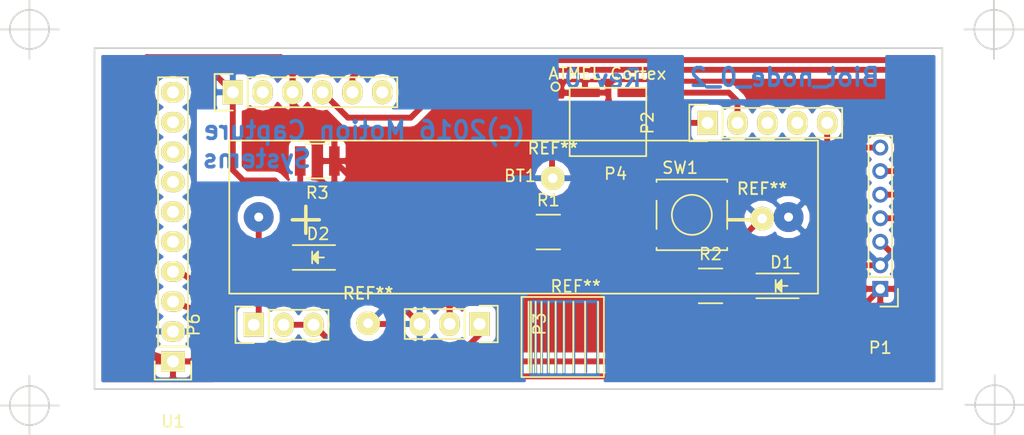
<source format=kicad_pcb>
(kicad_pcb (version 4) (host pcbnew 4.0.3+e1-6302~38~ubuntu16.04.1-stable)

  (general
    (links 33)
    (no_connects 0)
    (area 96.941 89.448 183.9195 126.3885)
    (thickness 1.6)
    (drawings 12)
    (tracks 172)
    (zones 0)
    (modules 21)
    (nets 28)
  )

  (page A4)
  (layers
    (0 F.Cu mixed)
    (31 B.Cu signal hide)
    (32 B.Adhes user)
    (33 F.Adhes user)
    (34 B.Paste user)
    (35 F.Paste user)
    (36 B.SilkS user)
    (37 F.SilkS user)
    (38 B.Mask user)
    (39 F.Mask user)
    (40 Dwgs.User user)
    (41 Cmts.User user)
    (42 Eco1.User user)
    (43 Eco2.User user)
    (44 Edge.Cuts user)
    (45 Margin user)
    (46 B.CrtYd user)
    (47 F.CrtYd user)
    (48 B.Fab user)
    (49 F.Fab user)
  )

  (setup
    (last_trace_width 0.25)
    (trace_clearance 0.2)
    (zone_clearance 0.508)
    (zone_45_only no)
    (trace_min 0.2)
    (segment_width 0.2)
    (edge_width 0.15)
    (via_size 0.6)
    (via_drill 0.4)
    (via_min_size 0.4)
    (via_min_drill 0.3)
    (uvia_size 0.3)
    (uvia_drill 0.1)
    (uvias_allowed no)
    (uvia_min_size 0.2)
    (uvia_min_drill 0.1)
    (pcb_text_width 0.3)
    (pcb_text_size 1.5 1.5)
    (mod_edge_width 0.15)
    (mod_text_size 1 1)
    (mod_text_width 0.15)
    (pad_size 1.524 1.524)
    (pad_drill 0.762)
    (pad_to_mask_clearance 0.2)
    (aux_axis_origin 0 0)
    (visible_elements FFFFFFFF)
    (pcbplotparams
      (layerselection 0x01080_00000001)
      (usegerberextensions false)
      (excludeedgelayer true)
      (linewidth 0.100000)
      (plotframeref false)
      (viasonmask false)
      (mode 1)
      (useauxorigin false)
      (hpglpennumber 1)
      (hpglpenspeed 20)
      (hpglpendiameter 15)
      (hpglpenoverlay 2)
      (psnegative false)
      (psa4output false)
      (plotreference true)
      (plotvalue true)
      (plotinvisibletext false)
      (padsonsilk false)
      (subtractmaskfromsilk false)
      (outputformat 1)
      (mirror false)
      (drillshape 0)
      (scaleselection 1)
      (outputdirectory outpu/))
  )

  (net 0 "")
  (net 1 "Net-(D1-Pad1)")
  (net 2 "Net-(D1-Pad2)")
  (net 3 GND)
  (net 4 "Net-(D2-Pad2)")
  (net 5 +3V3)
  (net 6 SWDCLK)
  (net 7 NRST)
  (net 8 SWDIO)
  (net 9 TX)
  (net 10 RX)
  (net 11 SCLK)
  (net 12 SDA)
  (net 13 "Net-(P2-Pad3)")
  (net 14 "Net-(P2-Pad4)")
  (net 15 "Net-(P4-Pad6)")
  (net 16 "Net-(P4-Pad8)")
  (net 17 "Net-(P4-Pad7)")
  (net 18 "Net-(P5-Pad2)")
  (net 19 "Net-(P5-Pad6)")
  (net 20 "Net-(U1-Pad5)")
  (net 21 "Net-(U1-Pad6)")
  (net 22 "Net-(U1-Pad7)")
  (net 23 "Net-(U1-Pad8)")
  (net 24 "Net-(U1-Pad9)")
  (net 25 "Net-(U1-Pad10)")
  (net 26 "Net-(P3-Pad1)")
  (net 27 "Net-(BT1-Pad1)")

  (net_class Default "This is the default net class."
    (clearance 0.2)
    (trace_width 0.25)
    (via_dia 0.6)
    (via_drill 0.4)
    (uvia_dia 0.3)
    (uvia_drill 0.1)
  )

  (net_class wide ""
    (clearance 0.2)
    (trace_width 0.5)
    (via_dia 0.6)
    (via_drill 0.4)
    (uvia_dia 0.3)
    (uvia_drill 0.1)
    (add_net +3V3)
    (add_net GND)
    (add_net NRST)
    (add_net "Net-(BT1-Pad1)")
    (add_net "Net-(D1-Pad1)")
    (add_net "Net-(D1-Pad2)")
    (add_net "Net-(D2-Pad2)")
    (add_net "Net-(P2-Pad3)")
    (add_net "Net-(P2-Pad4)")
    (add_net "Net-(P3-Pad1)")
    (add_net "Net-(P4-Pad6)")
    (add_net "Net-(P4-Pad7)")
    (add_net "Net-(P4-Pad8)")
    (add_net "Net-(P5-Pad2)")
    (add_net "Net-(P5-Pad6)")
    (add_net "Net-(U1-Pad10)")
    (add_net "Net-(U1-Pad5)")
    (add_net "Net-(U1-Pad6)")
    (add_net "Net-(U1-Pad7)")
    (add_net "Net-(U1-Pad8)")
    (add_net "Net-(U1-Pad9)")
    (add_net RX)
    (add_net SCLK)
    (add_net SDA)
    (add_net SWDCLK)
    (add_net SWDIO)
    (add_net TX)
  )

  (module atmelSAM:AAA_x1_Battery_Holder (layer F.Cu) (tedit 57C7D0E3) (tstamp 57D0BCDF)
    (at 141.4145 107.8865)
    (path /57D0C172)
    (fp_text reference BT1 (at -0.3 -3.5) (layer F.SilkS)
      (effects (font (size 1 1) (thickness 0.15)))
    )
    (fp_text value 1.5V (at -0.3 -0.6) (layer F.Fab)
      (effects (font (size 1 1) (thickness 0.15)))
    )
    (fp_text user - (at 18.5 0) (layer F.SilkS)
      (effects (font (size 3 3) (thickness 0.3)))
    )
    (fp_text user + (at -18.5 0) (layer F.SilkS)
      (effects (font (size 3 3) (thickness 0.3)))
    )
    (fp_line (start -25 -6.5) (end 25 -6.5) (layer F.SilkS) (width 0.15))
    (fp_line (start 25 -6.5) (end 25 6.5) (layer F.SilkS) (width 0.15))
    (fp_line (start 25 6.5) (end -25 6.5) (layer F.SilkS) (width 0.15))
    (fp_line (start -25 6.5) (end -25 -6.5) (layer F.SilkS) (width 0.15))
    (pad 1 thru_hole circle (at -22.5 0) (size 2.54 2.54) (drill 0.762) (layers *.Cu *.Mask)
      (net 27 "Net-(BT1-Pad1)"))
    (pad 2 thru_hole circle (at 22.5 0) (size 2.54 2.54) (drill 0.762) (layers *.Cu *.Mask)
      (net 3 GND))
  )

  (module LEDs:LED_1206 (layer F.Cu) (tedit 57ABE035) (tstamp 57D0BCE5)
    (at 163.322 113.7285)
    (descr "LED 1206 smd package")
    (tags "LED1206 SMD")
    (path /57B58E2E)
    (attr smd)
    (fp_text reference D1 (at 0 -2) (layer F.SilkS)
      (effects (font (size 1 1) (thickness 0.15)))
    )
    (fp_text value SIGNAL (at 0 2) (layer F.Fab)
      (effects (font (size 1 1) (thickness 0.15)))
    )
    (fp_line (start -0.5 -0.5) (end -0.5 0.5) (layer F.Fab) (width 0.15))
    (fp_line (start -0.5 0) (end 0 -0.5) (layer F.Fab) (width 0.15))
    (fp_line (start 0 0.5) (end -0.5 0) (layer F.Fab) (width 0.15))
    (fp_line (start 0 -0.5) (end 0 0.5) (layer F.Fab) (width 0.15))
    (fp_line (start -1.6 0.8) (end -1.6 -0.8) (layer F.Fab) (width 0.15))
    (fp_line (start 1.6 0.8) (end -1.6 0.8) (layer F.Fab) (width 0.15))
    (fp_line (start 1.6 -0.8) (end 1.6 0.8) (layer F.Fab) (width 0.15))
    (fp_line (start -1.6 -0.8) (end 1.6 -0.8) (layer F.Fab) (width 0.15))
    (fp_line (start -2.15 1.05) (end 1.45 1.05) (layer F.SilkS) (width 0.15))
    (fp_line (start -2.15 -1.05) (end 1.45 -1.05) (layer F.SilkS) (width 0.15))
    (fp_line (start -0.1 -0.3) (end -0.1 0.3) (layer F.SilkS) (width 0.15))
    (fp_line (start -0.1 0.3) (end -0.4 0) (layer F.SilkS) (width 0.15))
    (fp_line (start -0.4 0) (end -0.2 -0.2) (layer F.SilkS) (width 0.15))
    (fp_line (start -0.2 -0.2) (end -0.2 0.05) (layer F.SilkS) (width 0.15))
    (fp_line (start -0.2 0.05) (end -0.25 0) (layer F.SilkS) (width 0.15))
    (fp_line (start -0.5 -0.5) (end -0.5 0.5) (layer F.SilkS) (width 0.15))
    (fp_line (start 0 0) (end 0.5 0) (layer F.SilkS) (width 0.15))
    (fp_line (start -0.5 0) (end 0 -0.5) (layer F.SilkS) (width 0.15))
    (fp_line (start 0 -0.5) (end 0 0.5) (layer F.SilkS) (width 0.15))
    (fp_line (start 0 0.5) (end -0.5 0) (layer F.SilkS) (width 0.15))
    (fp_line (start 2.5 -1.25) (end -2.5 -1.25) (layer F.CrtYd) (width 0.05))
    (fp_line (start -2.5 -1.25) (end -2.5 1.25) (layer F.CrtYd) (width 0.05))
    (fp_line (start -2.5 1.25) (end 2.5 1.25) (layer F.CrtYd) (width 0.05))
    (fp_line (start 2.5 1.25) (end 2.5 -1.25) (layer F.CrtYd) (width 0.05))
    (pad 2 smd rect (at 1.41986 0 180) (size 1.59766 1.80086) (layers F.Cu F.Paste F.Mask)
      (net 2 "Net-(D1-Pad2)"))
    (pad 1 smd rect (at -1.41986 0 180) (size 1.59766 1.80086) (layers F.Cu F.Paste F.Mask)
      (net 1 "Net-(D1-Pad1)"))
    (model LEDs.3dshapes/LED_1206.wrl
      (at (xyz 0 0 0))
      (scale (xyz 1 1 1))
      (rotate (xyz 0 0 180))
    )
  )

  (module LEDs:LED_1206 (layer F.Cu) (tedit 57ABE035) (tstamp 57D0BCEB)
    (at 123.952 111.3155)
    (descr "LED 1206 smd package")
    (tags "LED1206 SMD")
    (path /57B546DC)
    (attr smd)
    (fp_text reference D2 (at 0 -2) (layer F.SilkS)
      (effects (font (size 1 1) (thickness 0.15)))
    )
    (fp_text value PWR (at 0 2) (layer F.Fab)
      (effects (font (size 1 1) (thickness 0.15)))
    )
    (fp_line (start -0.5 -0.5) (end -0.5 0.5) (layer F.Fab) (width 0.15))
    (fp_line (start -0.5 0) (end 0 -0.5) (layer F.Fab) (width 0.15))
    (fp_line (start 0 0.5) (end -0.5 0) (layer F.Fab) (width 0.15))
    (fp_line (start 0 -0.5) (end 0 0.5) (layer F.Fab) (width 0.15))
    (fp_line (start -1.6 0.8) (end -1.6 -0.8) (layer F.Fab) (width 0.15))
    (fp_line (start 1.6 0.8) (end -1.6 0.8) (layer F.Fab) (width 0.15))
    (fp_line (start 1.6 -0.8) (end 1.6 0.8) (layer F.Fab) (width 0.15))
    (fp_line (start -1.6 -0.8) (end 1.6 -0.8) (layer F.Fab) (width 0.15))
    (fp_line (start -2.15 1.05) (end 1.45 1.05) (layer F.SilkS) (width 0.15))
    (fp_line (start -2.15 -1.05) (end 1.45 -1.05) (layer F.SilkS) (width 0.15))
    (fp_line (start -0.1 -0.3) (end -0.1 0.3) (layer F.SilkS) (width 0.15))
    (fp_line (start -0.1 0.3) (end -0.4 0) (layer F.SilkS) (width 0.15))
    (fp_line (start -0.4 0) (end -0.2 -0.2) (layer F.SilkS) (width 0.15))
    (fp_line (start -0.2 -0.2) (end -0.2 0.05) (layer F.SilkS) (width 0.15))
    (fp_line (start -0.2 0.05) (end -0.25 0) (layer F.SilkS) (width 0.15))
    (fp_line (start -0.5 -0.5) (end -0.5 0.5) (layer F.SilkS) (width 0.15))
    (fp_line (start 0 0) (end 0.5 0) (layer F.SilkS) (width 0.15))
    (fp_line (start -0.5 0) (end 0 -0.5) (layer F.SilkS) (width 0.15))
    (fp_line (start 0 -0.5) (end 0 0.5) (layer F.SilkS) (width 0.15))
    (fp_line (start 0 0.5) (end -0.5 0) (layer F.SilkS) (width 0.15))
    (fp_line (start 2.5 -1.25) (end -2.5 -1.25) (layer F.CrtYd) (width 0.05))
    (fp_line (start -2.5 -1.25) (end -2.5 1.25) (layer F.CrtYd) (width 0.05))
    (fp_line (start -2.5 1.25) (end 2.5 1.25) (layer F.CrtYd) (width 0.05))
    (fp_line (start 2.5 1.25) (end 2.5 -1.25) (layer F.CrtYd) (width 0.05))
    (pad 2 smd rect (at 1.41986 0 180) (size 1.59766 1.80086) (layers F.Cu F.Paste F.Mask)
      (net 4 "Net-(D2-Pad2)"))
    (pad 1 smd rect (at -1.41986 0 180) (size 1.59766 1.80086) (layers F.Cu F.Paste F.Mask)
      (net 3 GND))
    (model LEDs.3dshapes/LED_1206.wrl
      (at (xyz 0 0 0))
      (scale (xyz 1 1 1))
      (rotate (xyz 0 0 180))
    )
  )

  (module Pin_Headers:Pin_Header_Straight_1x07_Pitch2.00mm (layer F.Cu) (tedit 56FA75DA) (tstamp 57D0BCF6)
    (at 171.704 113.9825 180)
    (descr "Through hole pin header, 1x07, 2.00mm pitch, single row")
    (tags "pin header single row")
    (path /57C62951)
    (fp_text reference P1 (at 0 -5 180) (layer F.SilkS)
      (effects (font (size 1 1) (thickness 0.15)))
    )
    (fp_text value ATSAMR21B (at 0 -3 180) (layer F.Fab)
      (effects (font (size 1 1) (thickness 0.15)))
    )
    (fp_line (start -1 1) (end 1 1) (layer F.SilkS) (width 0.15))
    (fp_line (start 1 1) (end 1 13) (layer F.SilkS) (width 0.15))
    (fp_line (start 1 13) (end -1 13) (layer F.SilkS) (width 0.15))
    (fp_line (start -1 13) (end -1 1) (layer F.SilkS) (width 0.15))
    (fp_line (start -1.6 -1.6) (end 1.6 -1.6) (layer F.CrtYd) (width 0.05))
    (fp_line (start 1.6 -1.6) (end 1.6 13.6) (layer F.CrtYd) (width 0.05))
    (fp_line (start 1.6 13.6) (end -1.6 13.6) (layer F.CrtYd) (width 0.05))
    (fp_line (start -1.6 13.6) (end -1.6 -1.6) (layer F.CrtYd) (width 0.05))
    (fp_line (start -1.5 0) (end -1.5 -1.5) (layer F.SilkS) (width 0.15))
    (fp_line (start -1.5 -1.5) (end 0 -1.5) (layer F.SilkS) (width 0.15))
    (pad 1 thru_hole rect (at 0 0 180) (size 1.35 1.35) (drill 0.8) (layers *.Cu *.Mask)
      (net 5 +3V3))
    (pad 2 thru_hole circle (at 0 2 180) (size 1.35 1.35) (drill 0.8) (layers *.Cu *.Mask)
      (net 3 GND))
    (pad 3 thru_hole circle (at 0 4 180) (size 1.35 1.35) (drill 0.8) (layers *.Cu *.Mask)
      (net 12 SDA))
    (pad 4 thru_hole circle (at 0 6 180) (size 1.35 1.35) (drill 0.8) (layers *.Cu *.Mask)
      (net 11 SCLK))
    (pad 5 thru_hole circle (at 0 8 180) (size 1.35 1.35) (drill 0.8) (layers *.Cu *.Mask)
      (net 10 RX))
    (pad 6 thru_hole circle (at 0 10 180) (size 1.35 1.35) (drill 0.8) (layers *.Cu *.Mask)
      (net 9 TX))
    (pad 7 thru_hole circle (at 0 12 180) (size 1.35 1.35) (drill 0.8) (layers *.Cu *.Mask)
      (net 2 "Net-(D1-Pad2)"))
    (model Pin_Headers.3dshapes/Pin_Header_Straight_1x07_Pitch2.00mm.wrl
      (at (xyz 0 0 0))
      (scale (xyz 1 1 1))
      (rotate (xyz 0 0 0))
    )
  )

  (module Pin_Headers:Pin_Header_Straight_1x05 (layer F.Cu) (tedit 57D0BEC0) (tstamp 57D0BCFF)
    (at 157.0355 99.8855 90)
    (descr "Through hole pin header")
    (tags "pin header")
    (path /57C62A9D)
    (fp_text reference P2 (at 0 -5.1 90) (layer F.SilkS)
      (effects (font (size 1 1) (thickness 0.15)))
    )
    (fp_text value ATSAMR21B-TEST-POINTs (at -3.175 5.08 180) (layer F.Fab)
      (effects (font (size 1 1) (thickness 0.15)))
    )
    (fp_line (start -1.55 0) (end -1.55 -1.55) (layer F.SilkS) (width 0.15))
    (fp_line (start -1.55 -1.55) (end 1.55 -1.55) (layer F.SilkS) (width 0.15))
    (fp_line (start 1.55 -1.55) (end 1.55 0) (layer F.SilkS) (width 0.15))
    (fp_line (start -1.75 -1.75) (end -1.75 11.95) (layer F.CrtYd) (width 0.05))
    (fp_line (start 1.75 -1.75) (end 1.75 11.95) (layer F.CrtYd) (width 0.05))
    (fp_line (start -1.75 -1.75) (end 1.75 -1.75) (layer F.CrtYd) (width 0.05))
    (fp_line (start -1.75 11.95) (end 1.75 11.95) (layer F.CrtYd) (width 0.05))
    (fp_line (start 1.27 1.27) (end 1.27 11.43) (layer F.SilkS) (width 0.15))
    (fp_line (start 1.27 11.43) (end -1.27 11.43) (layer F.SilkS) (width 0.15))
    (fp_line (start -1.27 11.43) (end -1.27 1.27) (layer F.SilkS) (width 0.15))
    (fp_line (start 1.27 1.27) (end -1.27 1.27) (layer F.SilkS) (width 0.15))
    (pad 1 thru_hole rect (at 0 0 90) (size 2.032 1.7272) (drill 1.016) (layers *.Cu *.Mask F.SilkS)
      (net 6 SWDCLK))
    (pad 2 thru_hole oval (at 0 2.54 90) (size 2.032 1.7272) (drill 1.016) (layers *.Cu *.Mask F.SilkS)
      (net 8 SWDIO))
    (pad 3 thru_hole oval (at 0 5.08 90) (size 2.032 1.7272) (drill 1.016) (layers *.Cu *.Mask F.SilkS)
      (net 13 "Net-(P2-Pad3)"))
    (pad 4 thru_hole oval (at 0 7.62 90) (size 2.032 1.7272) (drill 1.016) (layers *.Cu *.Mask F.SilkS)
      (net 14 "Net-(P2-Pad4)"))
    (pad 5 thru_hole oval (at 0 10.16 90) (size 2.032 1.7272) (drill 1.016) (layers *.Cu *.Mask F.SilkS)
      (net 7 NRST))
    (model Pin_Headers.3dshapes/Pin_Header_Straight_1x05.wrl
      (at (xyz 0 -0.2 0))
      (scale (xyz 1 1 1))
      (rotate (xyz 0 0 90))
    )
  )

  (module Pin_Headers:Pin_Header_Straight_1x03 (layer F.Cu) (tedit 57D0BEAD) (tstamp 57D0BD06)
    (at 137.668 116.967 270)
    (descr "Through hole pin header")
    (tags "pin header")
    (path /57C7C389)
    (fp_text reference P3 (at 0 -5.1 270) (layer F.SilkS)
      (effects (font (size 1 1) (thickness 0.15)))
    )
    (fp_text value UP_CONVERTOR (at -3.048 2.8575 360) (layer F.Fab)
      (effects (font (size 1 1) (thickness 0.15)))
    )
    (fp_line (start -1.75 -1.75) (end -1.75 6.85) (layer F.CrtYd) (width 0.05))
    (fp_line (start 1.75 -1.75) (end 1.75 6.85) (layer F.CrtYd) (width 0.05))
    (fp_line (start -1.75 -1.75) (end 1.75 -1.75) (layer F.CrtYd) (width 0.05))
    (fp_line (start -1.75 6.85) (end 1.75 6.85) (layer F.CrtYd) (width 0.05))
    (fp_line (start -1.27 1.27) (end -1.27 6.35) (layer F.SilkS) (width 0.15))
    (fp_line (start -1.27 6.35) (end 1.27 6.35) (layer F.SilkS) (width 0.15))
    (fp_line (start 1.27 6.35) (end 1.27 1.27) (layer F.SilkS) (width 0.15))
    (fp_line (start 1.55 -1.55) (end 1.55 0) (layer F.SilkS) (width 0.15))
    (fp_line (start 1.27 1.27) (end -1.27 1.27) (layer F.SilkS) (width 0.15))
    (fp_line (start -1.55 0) (end -1.55 -1.55) (layer F.SilkS) (width 0.15))
    (fp_line (start -1.55 -1.55) (end 1.55 -1.55) (layer F.SilkS) (width 0.15))
    (pad 1 thru_hole rect (at 0 0 270) (size 2.032 1.7272) (drill 1.016) (layers *.Cu *.Mask F.SilkS)
      (net 26 "Net-(P3-Pad1)"))
    (pad 2 thru_hole oval (at 0 2.54 270) (size 2.032 1.7272) (drill 1.016) (layers *.Cu *.Mask F.SilkS)
      (net 5 +3V3))
    (pad 3 thru_hole oval (at 0 5.08 270) (size 2.032 1.7272) (drill 1.016) (layers *.Cu *.Mask F.SilkS)
      (net 3 GND))
    (model Pin_Headers.3dshapes/Pin_Header_Straight_1x03.wrl
      (at (xyz 0 -0.1 0))
      (scale (xyz 1 1 1))
      (rotate (xyz 0 0 90))
    )
  )

  (module atmelSAM:ATMEL_cortex_header_smd (layer F.Cu) (tedit 57B69DD6) (tstamp 57D0BD14)
    (at 145.2245 102.8065)
    (path /57B66BB2)
    (fp_text reference P4 (at 4 1.4) (layer F.SilkS)
      (effects (font (size 1 1) (thickness 0.15)))
    )
    (fp_text value ATMEL-CORTEX (at 3.5 2.5) (layer F.Fab) hide
      (effects (font (size 1 1) (thickness 0.15)))
    )
    (fp_text user "ATMEL Cortex" (at 3.3 -7.1) (layer F.SilkS)
      (effects (font (size 1 1) (thickness 0.15)))
    )
    (fp_circle (center -1.1 -6) (end -0.9 -5.7) (layer F.SilkS) (width 0.15))
    (fp_line (start 0.1 -5.9) (end 6.6 -5.9) (layer F.SilkS) (width 0.15))
    (fp_line (start 6.6 -5.9) (end 6.6 -0.1) (layer F.SilkS) (width 0.15))
    (fp_line (start 6.6 -0.1) (end 0.1 -0.1) (layer F.SilkS) (width 0.15))
    (fp_line (start 0.1 -0.1) (end 0.1 -5.9) (layer F.SilkS) (width 0.15))
    (pad 2 smd rect (at 5.41 -5.49 270) (size 0.75 2.5) (layers F.Cu F.Paste F.Mask)
      (net 8 SWDIO))
    (pad 4 smd rect (at 5.41 -4.22 270) (size 0.75 2.5) (layers F.Cu F.Paste F.Mask)
      (net 6 SWDCLK))
    (pad 6 smd rect (at 5.41 -2.95 270) (size 0.75 2.5) (layers F.Cu F.Paste F.Mask)
      (net 15 "Net-(P4-Pad6)"))
    (pad 8 smd rect (at 5.41 -1.68 270) (size 0.75 2.5) (layers F.Cu F.Paste F.Mask)
      (net 16 "Net-(P4-Pad8)"))
    (pad 10 smd rect (at 5.41 -0.41 270) (size 0.75 2.5) (layers F.Cu F.Paste F.Mask)
      (net 7 NRST))
    (pad 9 smd rect (at 1.4 -0.41 270) (size 0.75 2.5) (layers F.Cu F.Paste F.Mask)
      (net 3 GND))
    (pad 7 smd rect (at 1.4 -1.68 270) (size 0.75 2.5) (layers F.Cu F.Paste F.Mask)
      (net 17 "Net-(P4-Pad7)"))
    (pad 5 smd rect (at 1.4 -2.95 270) (size 0.75 2.5) (layers F.Cu F.Paste F.Mask)
      (net 3 GND))
    (pad 3 smd rect (at 1.4 -4.22 270) (size 0.75 2.5) (layers F.Cu F.Paste F.Mask)
      (net 3 GND))
    (pad 1 smd rect (at 1.4 -5.49 270) (size 0.75 2.5) (layers F.Cu F.Paste F.Mask)
      (net 5 +3V3))
  )

  (module Pin_Headers:Pin_Header_Straight_1x06 (layer F.Cu) (tedit 57D0BE9E) (tstamp 57D0BD1E)
    (at 116.713 97.282 90)
    (descr "Through hole pin header")
    (tags "pin header")
    (path /57B543CA)
    (fp_text reference P5 (at 0 -5.1 90) (layer F.SilkS)
      (effects (font (size 1 1) (thickness 0.15)))
    )
    (fp_text value FTDI/Serial (at 2.4765 6.5405 180) (layer F.Fab)
      (effects (font (size 1 1) (thickness 0.15)))
    )
    (fp_line (start -1.75 -1.75) (end -1.75 14.45) (layer F.CrtYd) (width 0.05))
    (fp_line (start 1.75 -1.75) (end 1.75 14.45) (layer F.CrtYd) (width 0.05))
    (fp_line (start -1.75 -1.75) (end 1.75 -1.75) (layer F.CrtYd) (width 0.05))
    (fp_line (start -1.75 14.45) (end 1.75 14.45) (layer F.CrtYd) (width 0.05))
    (fp_line (start 1.27 1.27) (end 1.27 13.97) (layer F.SilkS) (width 0.15))
    (fp_line (start 1.27 13.97) (end -1.27 13.97) (layer F.SilkS) (width 0.15))
    (fp_line (start -1.27 13.97) (end -1.27 1.27) (layer F.SilkS) (width 0.15))
    (fp_line (start 1.55 -1.55) (end 1.55 0) (layer F.SilkS) (width 0.15))
    (fp_line (start 1.27 1.27) (end -1.27 1.27) (layer F.SilkS) (width 0.15))
    (fp_line (start -1.55 0) (end -1.55 -1.55) (layer F.SilkS) (width 0.15))
    (fp_line (start -1.55 -1.55) (end 1.55 -1.55) (layer F.SilkS) (width 0.15))
    (pad 1 thru_hole rect (at 0 0 90) (size 2.032 1.7272) (drill 1.016) (layers *.Cu *.Mask F.SilkS)
      (net 3 GND))
    (pad 2 thru_hole oval (at 0 2.54 90) (size 2.032 1.7272) (drill 1.016) (layers *.Cu *.Mask F.SilkS)
      (net 18 "Net-(P5-Pad2)"))
    (pad 3 thru_hole oval (at 0 5.08 90) (size 2.032 1.7272) (drill 1.016) (layers *.Cu *.Mask F.SilkS)
      (net 5 +3V3))
    (pad 4 thru_hole oval (at 0 7.62 90) (size 2.032 1.7272) (drill 1.016) (layers *.Cu *.Mask F.SilkS)
      (net 9 TX))
    (pad 5 thru_hole oval (at 0 10.16 90) (size 2.032 1.7272) (drill 1.016) (layers *.Cu *.Mask F.SilkS)
      (net 10 RX))
    (pad 6 thru_hole oval (at 0 12.7 90) (size 2.032 1.7272) (drill 1.016) (layers *.Cu *.Mask F.SilkS)
      (net 19 "Net-(P5-Pad6)"))
    (model Pin_Headers.3dshapes/Pin_Header_Straight_1x06.wrl
      (at (xyz 0 -0.25 0))
      (scale (xyz 1 1 1))
      (rotate (xyz 0 0 90))
    )
  )

  (module Pin_Headers:Pin_Header_Straight_1x03 (layer F.Cu) (tedit 57D0BEB6) (tstamp 57D0BD25)
    (at 118.491 117.0305 90)
    (descr "Through hole pin header")
    (tags "pin header")
    (path /57C8AF85)
    (fp_text reference P6 (at 0 -5.1 90) (layer F.SilkS)
      (effects (font (size 1 1) (thickness 0.15)))
    )
    (fp_text value "On/Off Header" (at -3.175 2.8575 180) (layer F.Fab)
      (effects (font (size 1 1) (thickness 0.15)))
    )
    (fp_line (start -1.75 -1.75) (end -1.75 6.85) (layer F.CrtYd) (width 0.05))
    (fp_line (start 1.75 -1.75) (end 1.75 6.85) (layer F.CrtYd) (width 0.05))
    (fp_line (start -1.75 -1.75) (end 1.75 -1.75) (layer F.CrtYd) (width 0.05))
    (fp_line (start -1.75 6.85) (end 1.75 6.85) (layer F.CrtYd) (width 0.05))
    (fp_line (start -1.27 1.27) (end -1.27 6.35) (layer F.SilkS) (width 0.15))
    (fp_line (start -1.27 6.35) (end 1.27 6.35) (layer F.SilkS) (width 0.15))
    (fp_line (start 1.27 6.35) (end 1.27 1.27) (layer F.SilkS) (width 0.15))
    (fp_line (start 1.55 -1.55) (end 1.55 0) (layer F.SilkS) (width 0.15))
    (fp_line (start 1.27 1.27) (end -1.27 1.27) (layer F.SilkS) (width 0.15))
    (fp_line (start -1.55 0) (end -1.55 -1.55) (layer F.SilkS) (width 0.15))
    (fp_line (start -1.55 -1.55) (end 1.55 -1.55) (layer F.SilkS) (width 0.15))
    (pad 1 thru_hole rect (at 0 0 90) (size 2.032 1.7272) (drill 1.016) (layers *.Cu *.Mask F.SilkS)
      (net 27 "Net-(BT1-Pad1)"))
    (pad 2 thru_hole oval (at 0 2.54 90) (size 2.032 1.7272) (drill 1.016) (layers *.Cu *.Mask F.SilkS)
      (net 26 "Net-(P3-Pad1)"))
    (pad 3 thru_hole oval (at 0 5.08 90) (size 2.032 1.7272) (drill 1.016) (layers *.Cu *.Mask F.SilkS)
      (net 26 "Net-(P3-Pad1)"))
    (model Pin_Headers.3dshapes/Pin_Header_Straight_1x03.wrl
      (at (xyz 0 -0.1 0))
      (scale (xyz 1 1 1))
      (rotate (xyz 0 0 90))
    )
  )

  (module Resistors_SMD:R_1210 (layer F.Cu) (tedit 5415D182) (tstamp 57D0BD2B)
    (at 143.51 109.1565)
    (descr "Resistor SMD 1210, reflow soldering, Vishay (see dcrcw.pdf)")
    (tags "resistor 1210")
    (path /57D0BE3E)
    (attr smd)
    (fp_text reference R1 (at 0 -2.7) (layer F.SilkS)
      (effects (font (size 1 1) (thickness 0.15)))
    )
    (fp_text value 10k (at 0 2.7) (layer F.Fab)
      (effects (font (size 1 1) (thickness 0.15)))
    )
    (fp_line (start -2.2 -1.6) (end 2.2 -1.6) (layer F.CrtYd) (width 0.05))
    (fp_line (start -2.2 1.6) (end 2.2 1.6) (layer F.CrtYd) (width 0.05))
    (fp_line (start -2.2 -1.6) (end -2.2 1.6) (layer F.CrtYd) (width 0.05))
    (fp_line (start 2.2 -1.6) (end 2.2 1.6) (layer F.CrtYd) (width 0.05))
    (fp_line (start 1 1.475) (end -1 1.475) (layer F.SilkS) (width 0.15))
    (fp_line (start -1 -1.475) (end 1 -1.475) (layer F.SilkS) (width 0.15))
    (pad 1 smd rect (at -1.45 0) (size 0.9 2.5) (layers F.Cu F.Paste F.Mask)
      (net 5 +3V3))
    (pad 2 smd rect (at 1.45 0) (size 0.9 2.5) (layers F.Cu F.Paste F.Mask)
      (net 7 NRST))
    (model Resistors_SMD.3dshapes/R_1210.wrl
      (at (xyz 0 0 0))
      (scale (xyz 1 1 1))
      (rotate (xyz 0 0 0))
    )
  )

  (module Resistors_SMD:R_1210 (layer F.Cu) (tedit 5415D182) (tstamp 57D0BD31)
    (at 157.2895 113.7285)
    (descr "Resistor SMD 1210, reflow soldering, Vishay (see dcrcw.pdf)")
    (tags "resistor 1210")
    (path /57B66E31)
    (attr smd)
    (fp_text reference R2 (at 0 -2.7) (layer F.SilkS)
      (effects (font (size 1 1) (thickness 0.15)))
    )
    (fp_text value 39 (at 0 2.7) (layer F.Fab)
      (effects (font (size 1 1) (thickness 0.15)))
    )
    (fp_line (start -2.2 -1.6) (end 2.2 -1.6) (layer F.CrtYd) (width 0.05))
    (fp_line (start -2.2 1.6) (end 2.2 1.6) (layer F.CrtYd) (width 0.05))
    (fp_line (start -2.2 -1.6) (end -2.2 1.6) (layer F.CrtYd) (width 0.05))
    (fp_line (start 2.2 -1.6) (end 2.2 1.6) (layer F.CrtYd) (width 0.05))
    (fp_line (start 1 1.475) (end -1 1.475) (layer F.SilkS) (width 0.15))
    (fp_line (start -1 -1.475) (end 1 -1.475) (layer F.SilkS) (width 0.15))
    (pad 1 smd rect (at -1.45 0) (size 0.9 2.5) (layers F.Cu F.Paste F.Mask)
      (net 3 GND))
    (pad 2 smd rect (at 1.45 0) (size 0.9 2.5) (layers F.Cu F.Paste F.Mask)
      (net 1 "Net-(D1-Pad1)"))
    (model Resistors_SMD.3dshapes/R_1210.wrl
      (at (xyz 0 0 0))
      (scale (xyz 1 1 1))
      (rotate (xyz 0 0 0))
    )
  )

  (module Resistors_SMD:R_1210 (layer F.Cu) (tedit 5415D182) (tstamp 57D0BD37)
    (at 123.8885 103.124 180)
    (descr "Resistor SMD 1210, reflow soldering, Vishay (see dcrcw.pdf)")
    (tags "resistor 1210")
    (path /57B66E9C)
    (attr smd)
    (fp_text reference R3 (at 0 -2.7 180) (layer F.SilkS)
      (effects (font (size 1 1) (thickness 0.15)))
    )
    (fp_text value 39 (at 0 2.7 180) (layer F.Fab)
      (effects (font (size 1 1) (thickness 0.15)))
    )
    (fp_line (start -2.2 -1.6) (end 2.2 -1.6) (layer F.CrtYd) (width 0.05))
    (fp_line (start -2.2 1.6) (end 2.2 1.6) (layer F.CrtYd) (width 0.05))
    (fp_line (start -2.2 -1.6) (end -2.2 1.6) (layer F.CrtYd) (width 0.05))
    (fp_line (start 2.2 -1.6) (end 2.2 1.6) (layer F.CrtYd) (width 0.05))
    (fp_line (start 1 1.475) (end -1 1.475) (layer F.SilkS) (width 0.15))
    (fp_line (start -1 -1.475) (end 1 -1.475) (layer F.SilkS) (width 0.15))
    (pad 1 smd rect (at -1.45 0 180) (size 0.9 2.5) (layers F.Cu F.Paste F.Mask)
      (net 5 +3V3))
    (pad 2 smd rect (at 1.45 0 180) (size 0.9 2.5) (layers F.Cu F.Paste F.Mask)
      (net 4 "Net-(D2-Pad2)"))
    (model Resistors_SMD.3dshapes/R_1210.wrl
      (at (xyz 0 0 0))
      (scale (xyz 1 1 1))
      (rotate (xyz 0 0 0))
    )
  )

  (module Buttons_Switches_SMD:SW_SPST_EVPBF (layer F.Cu) (tedit 5788B2A9) (tstamp 57D0BD3F)
    (at 155.702 107.696)
    (descr "Light Touch Switch")
    (path /57D0BB8E)
    (attr smd)
    (fp_text reference SW1 (at -1 -4) (layer F.SilkS)
      (effects (font (size 1 1) (thickness 0.15)))
    )
    (fp_text value RESET (at 0 4.25) (layer F.Fab)
      (effects (font (size 1 1) (thickness 0.15)))
    )
    (fp_line (start -4.5 -3.25) (end 4.5 -3.25) (layer F.CrtYd) (width 0.05))
    (fp_line (start 4.5 -3.25) (end 4.5 3.25) (layer F.CrtYd) (width 0.05))
    (fp_line (start 4.5 3.25) (end -4.5 3.25) (layer F.CrtYd) (width 0.05))
    (fp_line (start -4.5 3.25) (end -4.5 -3.25) (layer F.CrtYd) (width 0.05))
    (fp_line (start 3 -3) (end 3 -2.8) (layer F.SilkS) (width 0.15))
    (fp_line (start 3 3) (end 3 2.8) (layer F.SilkS) (width 0.15))
    (fp_line (start -3 3) (end -3 2.8) (layer F.SilkS) (width 0.15))
    (fp_line (start -3 -3) (end -3 -2.8) (layer F.SilkS) (width 0.15))
    (fp_line (start -3 -1.2) (end -3 1.2) (layer F.SilkS) (width 0.15))
    (fp_line (start 3 -1.2) (end 3 1.2) (layer F.SilkS) (width 0.15))
    (fp_line (start 3 -3) (end -3 -3) (layer F.SilkS) (width 0.15))
    (fp_line (start -3 3) (end 3 3) (layer F.SilkS) (width 0.15))
    (fp_circle (center 0 0) (end 1.7 0) (layer F.SilkS) (width 0.15))
    (pad 1 smd rect (at 2.875 -2) (size 2.75 1) (layers F.Cu F.Paste F.Mask)
      (net 7 NRST))
    (pad 1 smd rect (at -2.875 -2) (size 2.75 1) (layers F.Cu F.Paste F.Mask)
      (net 7 NRST))
    (pad 2 smd rect (at -2.875 2) (size 2.75 1) (layers F.Cu F.Paste F.Mask)
      (net 3 GND))
    (pad 2 smd rect (at 2.875 2) (size 2.75 1) (layers F.Cu F.Paste F.Mask)
      (net 3 GND))
  )

  (module Pin_Headers:Pin_Header_Straight_1x10 (layer F.Cu) (tedit 57D0BE96) (tstamp 57D0BD4D)
    (at 111.633 120.142 180)
    (descr "Through hole pin header")
    (tags "pin header")
    (path /57B66AB0)
    (fp_text reference U1 (at 0 -5.1 180) (layer F.SilkS)
      (effects (font (size 1 1) (thickness 0.15)))
    )
    (fp_text value MPU9250-Breakout (at 2.8575 9.8425 270) (layer F.Fab)
      (effects (font (size 1 1) (thickness 0.15)))
    )
    (fp_line (start -1.75 -1.75) (end -1.75 24.65) (layer F.CrtYd) (width 0.05))
    (fp_line (start 1.75 -1.75) (end 1.75 24.65) (layer F.CrtYd) (width 0.05))
    (fp_line (start -1.75 -1.75) (end 1.75 -1.75) (layer F.CrtYd) (width 0.05))
    (fp_line (start -1.75 24.65) (end 1.75 24.65) (layer F.CrtYd) (width 0.05))
    (fp_line (start 1.27 1.27) (end 1.27 24.13) (layer F.SilkS) (width 0.15))
    (fp_line (start 1.27 24.13) (end -1.27 24.13) (layer F.SilkS) (width 0.15))
    (fp_line (start -1.27 24.13) (end -1.27 1.27) (layer F.SilkS) (width 0.15))
    (fp_line (start 1.55 -1.55) (end 1.55 0) (layer F.SilkS) (width 0.15))
    (fp_line (start 1.27 1.27) (end -1.27 1.27) (layer F.SilkS) (width 0.15))
    (fp_line (start -1.55 0) (end -1.55 -1.55) (layer F.SilkS) (width 0.15))
    (fp_line (start -1.55 -1.55) (end 1.55 -1.55) (layer F.SilkS) (width 0.15))
    (pad 1 thru_hole rect (at 0 0 180) (size 2.032 1.7272) (drill 1.016) (layers *.Cu *.Mask F.SilkS)
      (net 5 +3V3))
    (pad 2 thru_hole oval (at 0 2.54 180) (size 2.032 1.7272) (drill 1.016) (layers *.Cu *.Mask F.SilkS)
      (net 3 GND))
    (pad 3 thru_hole oval (at 0 5.08 180) (size 2.032 1.7272) (drill 1.016) (layers *.Cu *.Mask F.SilkS)
      (net 11 SCLK))
    (pad 4 thru_hole oval (at 0 7.62 180) (size 2.032 1.7272) (drill 1.016) (layers *.Cu *.Mask F.SilkS)
      (net 12 SDA))
    (pad 5 thru_hole oval (at 0 10.16 180) (size 2.032 1.7272) (drill 1.016) (layers *.Cu *.Mask F.SilkS)
      (net 20 "Net-(U1-Pad5)"))
    (pad 6 thru_hole oval (at 0 12.7 180) (size 2.032 1.7272) (drill 1.016) (layers *.Cu *.Mask F.SilkS)
      (net 21 "Net-(U1-Pad6)"))
    (pad 7 thru_hole oval (at 0 15.24 180) (size 2.032 1.7272) (drill 1.016) (layers *.Cu *.Mask F.SilkS)
      (net 22 "Net-(U1-Pad7)"))
    (pad 8 thru_hole oval (at 0 17.78 180) (size 2.032 1.7272) (drill 1.016) (layers *.Cu *.Mask F.SilkS)
      (net 23 "Net-(U1-Pad8)"))
    (pad 9 thru_hole oval (at 0 20.32 180) (size 2.032 1.7272) (drill 1.016) (layers *.Cu *.Mask F.SilkS)
      (net 24 "Net-(U1-Pad9)"))
    (pad 10 thru_hole oval (at 0 22.86 180) (size 2.032 1.7272) (drill 1.016) (layers *.Cu *.Mask F.SilkS)
      (net 25 "Net-(U1-Pad10)"))
    (model Pin_Headers.3dshapes/Pin_Header_Straight_1x10.wrl
      (at (xyz 0 -0.45 0))
      (scale (xyz 1 1 1))
      (rotate (xyz 0 0 90))
    )
  )

  (module atmelSAM:graticle (layer F.Cu) (tedit 57D0DF28) (tstamp 57D0DFE9)
    (at 145.7325 123.571)
    (fp_text reference REF** (at 0.1 -9.8) (layer F.SilkS)
      (effects (font (size 1 1) (thickness 0.15)))
    )
    (fp_text value graticle (at -0.3 -1.2) (layer F.Fab)
      (effects (font (size 1 1) (thickness 0.15)))
    )
    (fp_line (start -4.5 -2.1) (end 2.5 -2.1) (layer F.SilkS) (width 0.15))
    (fp_line (start -4.5 -8.9) (end 2.5 -8.9) (layer F.SilkS) (width 0.15))
    (fp_line (start 2.5 -8.9) (end 2.5 -2.2) (layer F.SilkS) (width 0.15))
    (fp_line (start -4.5 -2.1) (end -4.5 -8.9) (layer F.SilkS) (width 0.15))
    (fp_line (start 2 -2.6) (end 2 -2.5) (layer F.SilkS) (width 0.15))
    (fp_line (start -3.9 -8.5) (end -3.9 -2.5) (layer F.SilkS) (width 0.15))
    (fp_line (start 2 -8.5) (end 2 -2.6) (layer F.SilkS) (width 0.15))
    (fp_line (start 0.9 -8.5) (end 0.9 -2.5) (layer F.SilkS) (width 0.15))
    (fp_line (start -0.1 -8.5) (end -0.1 -2.5) (layer F.SilkS) (width 0.15))
    (fp_line (start -0.9 -8.5) (end -0.9 -2.5) (layer F.SilkS) (width 0.15))
    (fp_line (start -1.6 -8.5) (end -1.6 -2.5) (layer F.SilkS) (width 0.15))
    (fp_line (start -2.2 -2.5) (end -2.2 -8.5) (layer F.SilkS) (width 0.15))
    (fp_line (start -3.7 -8.5) (end -3.7 -2.5) (layer F.SilkS) (width 0.15))
    (fp_line (start -2.8 -8.5) (end -2.8 -2.5) (layer F.SilkS) (width 0.15))
    (fp_line (start -3.3 -2.5) (end -3.3 -8.5) (layer F.SilkS) (width 0.15))
  )

  (module Wire_Pads:SolderWirePad_single_0-8mmDrill (layer F.Cu) (tedit 0) (tstamp 57D0E7A1)
    (at 161.671 108.0135)
    (fp_text reference REF** (at 0 -2.54) (layer F.SilkS)
      (effects (font (size 1 1) (thickness 0.15)))
    )
    (fp_text value SolderWirePad_single_0-8mmDrill (at 0 2.54) (layer F.Fab)
      (effects (font (size 1 1) (thickness 0.15)))
    )
    (pad 1 thru_hole circle (at 0 0) (size 1.99898 1.99898) (drill 0.8001) (layers *.Cu *.Mask F.SilkS))
  )

  (module Wire_Pads:SolderWirePad_single_0-8mmDrill (layer F.Cu) (tedit 0) (tstamp 57D0E7A6)
    (at 128.2065 116.9035)
    (fp_text reference REF** (at 0 -2.54) (layer F.SilkS)
      (effects (font (size 1 1) (thickness 0.15)))
    )
    (fp_text value SolderWirePad_single_0-8mmDrill (at 0 2.54) (layer F.Fab)
      (effects (font (size 1 1) (thickness 0.15)))
    )
    (pad 1 thru_hole circle (at 0 0) (size 1.99898 1.99898) (drill 0.8001) (layers *.Cu *.Mask F.SilkS))
  )

  (module Wire_Pads:SolderWirePad_single_0-8mmDrill (layer F.Cu) (tedit 0) (tstamp 57D0E7AB)
    (at 143.891 104.5845)
    (fp_text reference REF** (at 0 -2.54) (layer F.SilkS)
      (effects (font (size 1 1) (thickness 0.15)))
    )
    (fp_text value SolderWirePad_single_0-8mmDrill (at 0 2.54) (layer F.Fab)
      (effects (font (size 1 1) (thickness 0.15)))
    )
    (pad 1 thru_hole circle (at 0 0) (size 1.99898 1.99898) (drill 0.8001) (layers *.Cu *.Mask F.SilkS))
  )

  (module Wire_Pads:SolderWirePad_single_0-8mmDrill (layer F.Cu) (tedit 0) (tstamp 57D0E7B0)
    (at 161.671 108.0135)
    (fp_text reference REF** (at 0 -2.54) (layer F.SilkS)
      (effects (font (size 1 1) (thickness 0.15)))
    )
    (fp_text value SolderWirePad_single_0-8mmDrill (at 0 2.54) (layer F.Fab)
      (effects (font (size 1 1) (thickness 0.15)))
    )
    (pad 1 thru_hole circle (at 0 0) (size 1.99898 1.99898) (drill 0.8001) (layers *.Cu *.Mask F.SilkS))
  )

  (module Wire_Pads:SolderWirePad_single_0-8mmDrill (layer F.Cu) (tedit 0) (tstamp 57D0E7B5)
    (at 143.891 104.5845)
    (fp_text reference REF** (at 0 -2.54) (layer F.SilkS)
      (effects (font (size 1 1) (thickness 0.15)))
    )
    (fp_text value SolderWirePad_single_0-8mmDrill (at 0 2.54) (layer F.Fab)
      (effects (font (size 1 1) (thickness 0.15)))
    )
    (pad 1 thru_hole circle (at 0 0) (size 1.99898 1.99898) (drill 0.8001) (layers *.Cu *.Mask F.SilkS))
  )

  (module Wire_Pads:SolderWirePad_single_0-8mmDrill (layer F.Cu) (tedit 0) (tstamp 57D0E7C0)
    (at 128.2065 116.9035)
    (fp_text reference REF** (at 0 -2.54) (layer F.SilkS)
      (effects (font (size 1 1) (thickness 0.15)))
    )
    (fp_text value SolderWirePad_single_0-8mmDrill (at 0 2.54) (layer F.Fab)
      (effects (font (size 1 1) (thickness 0.15)))
    )
    (pad 1 thru_hole circle (at 0 0) (size 1.99898 1.99898) (drill 0.8001) (layers *.Cu *.Mask F.SilkS))
  )

  (target plus (at 181.356 91.948) (size 5) (width 0.15) (layer Edge.Cuts))
  (target plus (at 181.4195 123.825) (size 5) (width 0.15) (layer Edge.Cuts))
  (target plus (at 99.441 123.8885) (size 5) (width 0.15) (layer Edge.Cuts))
  (target plus (at 99.441 91.948) (size 5) (width 0.15) (layer Edge.Cuts))
  (gr_text "(c)2016 Motion Capture\n                Systems" (at 127.889 101.727) (layer B.Cu)
    (effects (font (size 1.5 1.5) (thickness 0.3)) (justify mirror))
  )
  (gr_text "Rev 0" (at 148.1455 96.139) (layer B.Cu)
    (effects (font (size 1.5 1.5) (thickness 0.3)) (justify mirror))
  )
  (gr_text Biot_node_0_2 (at 163.576 96.012) (layer B.Cu)
    (effects (font (size 1.5 1.5) (thickness 0.3)) (justify mirror))
  )
  (gr_line (start 104.9655 93.5355) (end 105.029 93.5355) (angle 90) (layer Edge.Cuts) (width 0.15))
  (gr_line (start 104.9655 122.4915) (end 104.9655 93.5355) (angle 90) (layer Edge.Cuts) (width 0.15))
  (gr_line (start 176.9745 122.4915) (end 104.9655 122.4915) (angle 90) (layer Edge.Cuts) (width 0.15))
  (gr_line (start 176.9745 93.5355) (end 176.9745 122.4915) (angle 90) (layer Edge.Cuts) (width 0.15))
  (gr_line (start 105.029 93.5355) (end 176.9745 93.5355) (angle 90) (layer Edge.Cuts) (width 0.15))

  (segment (start 142.0495 121.285) (end 147.7645 121.285) (width 0.25) (layer B.Cu) (net 0))
  (segment (start 147.6375 115.062) (end 147.701 115.1255) (width 0.25) (layer B.Cu) (net 0) (tstamp 57D0E022))
  (segment (start 142.0495 115.062) (end 142.0495 121.285) (width 0.25) (layer B.Cu) (net 0))
  (segment (start 147.701 121.031) (end 147.701 115.1255) (width 0.25) (layer B.Cu) (net 0))
  (segment (start 142.0495 115.062) (end 147.6375 115.062) (width 0.25) (layer B.Cu) (net 0))
  (segment (start 147.701 121.2215) (end 147.701 121.031) (width 0.25) (layer B.Cu) (net 0) (tstamp 57D0E026))
  (segment (start 147.7645 121.285) (end 147.701 121.2215) (width 0.25) (layer B.Cu) (net 0) (tstamp 57D0E025))
  (segment (start 142.4305 115.062) (end 142.4305 121.2215) (width 0.25) (layer B.Cu) (net 0))
  (segment (start 142.9385 121.2215) (end 142.9385 115.062) (width 0.25) (layer B.Cu) (net 0))
  (segment (start 143.51 115.062) (end 143.51 121.0945) (width 0.25) (layer B.Cu) (net 0))
  (segment (start 143.51 121.0945) (end 143.51 121.158) (width 0.25) (layer B.Cu) (net 0) (tstamp 57D0E019))
  (segment (start 144.145 121.158) (end 144.145 115.062) (width 0.25) (layer B.Cu) (net 0))
  (segment (start 144.8435 115.1255) (end 144.8435 121.0945) (width 0.25) (layer B.Cu) (net 0))
  (segment (start 145.669 121.158) (end 145.669 115.062) (width 0.25) (layer B.Cu) (net 0))
  (segment (start 146.685 115.1255) (end 146.685 121.031) (width 0.25) (layer B.Cu) (net 0))
  (segment (start 161.90214 113.7285) (end 158.803 113.665) (width 0.5) (layer F.Cu) (net 1) (status 10))
  (segment (start 158.803 113.665) (end 158.7395 113.7285) (width 0.5) (layer F.Cu) (net 1) (tstamp 57D0C087) (status 30))
  (segment (start 171.704 101.9825) (end 169.607 101.9825) (width 0.5) (layer F.Cu) (net 2))
  (segment (start 166.9415 110.32236) (end 164.74186 113.7285) (width 0.5) (layer F.Cu) (net 2) (tstamp 57D0C083) (status 20))
  (segment (start 166.9415 104.648) (end 166.9415 110.32236) (width 0.5) (layer F.Cu) (net 2) (tstamp 57D0C081))
  (segment (start 169.607 101.9825) (end 166.9415 104.648) (width 0.5) (layer F.Cu) (net 2) (tstamp 57D0C07C))
  (segment (start 171.704 111.9825) (end 169.1955 111.9825) (width 0.5) (layer F.Cu) (net 3))
  (segment (start 155.8395 116.3425) (end 155.8395 113.7285) (width 0.5) (layer F.Cu) (net 3) (tstamp 57D0DABD))
  (segment (start 156.21 116.713) (end 155.8395 116.3425) (width 0.5) (layer F.Cu) (net 3) (tstamp 57D0DAB8))
  (segment (start 166.116 116.713) (end 156.21 116.713) (width 0.5) (layer F.Cu) (net 3) (tstamp 57D0DAAC))
  (segment (start 167.132 115.697) (end 166.116 116.713) (width 0.5) (layer F.Cu) (net 3) (tstamp 57D0DAA9))
  (segment (start 167.132 114.046) (end 167.132 115.697) (width 0.5) (layer F.Cu) (net 3) (tstamp 57D0DAA7))
  (segment (start 169.1955 111.9825) (end 167.132 114.046) (width 0.5) (layer F.Cu) (net 3) (tstamp 57D0DAA6))
  (segment (start 155.8395 113.7285) (end 155.8395 112.4335) (width 0.5) (layer F.Cu) (net 3))
  (segment (start 155.8395 112.4335) (end 158.4815 109.7915) (width 0.5) (layer F.Cu) (net 3) (tstamp 57D0DA98))
  (segment (start 158.4815 109.7915) (end 159.8295 109.7915) (width 0.5) (layer F.Cu) (net 3) (tstamp 57D0DA99))
  (segment (start 159.8295 109.7915) (end 161.6075 108.0135) (width 0.5) (layer F.Cu) (net 3) (tstamp 57D0DA9E))
  (segment (start 132.588 116.967) (end 128.2065 116.967) (width 0.5) (layer F.Cu) (net 3))
  (segment (start 140.589 104.5845) (end 143.891 104.5845) (width 0.5) (layer B.Cu) (net 3) (tstamp 57D0D949))
  (segment (start 128.2065 116.967) (end 140.589 104.5845) (width 0.5) (layer B.Cu) (net 3) (tstamp 57D0D948))
  (via (at 128.2065 116.967) (size 0.6) (drill 0.4) (layers F.Cu B.Cu) (net 3))
  (segment (start 163.9145 107.8865) (end 161.6075 108.0135) (width 0.5) (layer F.Cu) (net 3))
  (via (at 161.6075 108.0135) (size 0.6) (drill 0.4) (layers F.Cu B.Cu) (net 3))
  (segment (start 161.6075 108.0135) (end 157.607 104.5845) (width 0.5) (layer B.Cu) (net 3) (tstamp 57D0D906))
  (segment (start 157.607 104.5845) (end 143.891 104.5845) (width 0.5) (layer B.Cu) (net 3) (tstamp 57D0D907))
  (segment (start 143.8275 104.521) (end 143.8275 101.5365) (width 0.5) (layer F.Cu) (net 3) (tstamp 57D0D91F))
  (via (at 143.891 104.5845) (size 0.6) (drill 0.4) (layers F.Cu B.Cu) (net 3))
  (segment (start 143.891 104.5845) (end 143.8275 104.521) (width 0.5) (layer F.Cu) (net 3) (tstamp 57D0D91E))
  (segment (start 146.6245 98.5865) (end 144.1105 98.5865) (width 0.5) (layer F.Cu) (net 3))
  (segment (start 144.4335 102.3965) (end 146.6245 102.3965) (width 0.5) (layer F.Cu) (net 3) (tstamp 57D0D884))
  (segment (start 143.8275 101.7905) (end 144.4335 102.3965) (width 0.5) (layer F.Cu) (net 3) (tstamp 57D0D880))
  (segment (start 143.8275 98.8695) (end 143.8275 101.5365) (width 0.5) (layer F.Cu) (net 3) (tstamp 57D0D87E))
  (segment (start 143.8275 101.5365) (end 143.8275 101.7905) (width 0.5) (layer F.Cu) (net 3) (tstamp 57D0D922))
  (segment (start 144.1105 98.5865) (end 143.8275 98.8695) (width 0.5) (layer F.Cu) (net 3) (tstamp 57D0D87C))
  (segment (start 111.633 117.602) (end 108.7755 117.602) (width 0.5) (layer F.Cu) (net 3))
  (segment (start 108.7755 117.602) (end 108.6485 117.475) (width 0.5) (layer F.Cu) (net 3) (tstamp 57D0CEBF))
  (segment (start 108.6485 117.475) (end 108.6485 96.3295) (width 0.5) (layer F.Cu) (net 3) (tstamp 57D0CEC0))
  (segment (start 108.6485 96.3295) (end 109.474 95.504) (width 0.5) (layer F.Cu) (net 3) (tstamp 57D0CEC2))
  (segment (start 109.474 95.504) (end 114.935 95.504) (width 0.5) (layer F.Cu) (net 3) (tstamp 57D0CEC3))
  (segment (start 114.935 95.504) (end 116.713 97.282) (width 0.5) (layer F.Cu) (net 3) (tstamp 57D0CEC5))
  (segment (start 111.633 117.602) (end 112.4585 117.602) (width 0.5) (layer F.Cu) (net 3) (status 30))
  (segment (start 116.713 97.282) (end 116.5225 97.282) (width 0.5) (layer F.Cu) (net 3))
  (segment (start 158.577 109.696) (end 152.827 109.696) (width 0.5) (layer F.Cu) (net 3) (status 30))
  (segment (start 152.827 109.696) (end 152.9715 109.8405) (width 0.5) (layer F.Cu) (net 3) (tstamp 57D0CD27) (status 30))
  (segment (start 111.633 117.602) (end 110.617 117.602) (width 0.5) (layer F.Cu) (net 3) (status 30))
  (segment (start 155.8395 113.7285) (end 155.6385 113.7285) (width 0.5) (layer F.Cu) (net 3) (status 30))
  (segment (start 122.53214 111.3155) (end 122.53214 113.07064) (width 0.5) (layer F.Cu) (net 3))
  (segment (start 130.2385 114.6175) (end 132.588 116.967) (width 0.5) (layer F.Cu) (net 3) (tstamp 57D0C359))
  (segment (start 124.079 114.6175) (end 130.2385 114.6175) (width 0.5) (layer F.Cu) (net 3) (tstamp 57D0C356))
  (segment (start 122.53214 113.07064) (end 124.079 114.6175) (width 0.5) (layer F.Cu) (net 3) (tstamp 57D0C353))
  (segment (start 146.6245 98.8695) (end 146.6215 98.8695) (width 0.5) (layer F.Cu) (net 3) (tstamp 57D0C2E2) (status 30))
  (segment (start 146.6215 98.8695) (end 146.6245 98.8695) (width 0.5) (layer F.Cu) (net 3) (tstamp 57D0C2E4) (status 30))
  (segment (start 146.6245 98.5865) (end 146.6245 98.8695) (width 0.5) (layer F.Cu) (net 3) (status 30))
  (segment (start 146.6245 98.8695) (end 146.6245 99.8565) (width 0.5) (layer F.Cu) (net 3) (tstamp 57D0C2E5) (status 30))
  (segment (start 116.713 97.282) (end 116.713 103.886) (width 0.5) (layer F.Cu) (net 3))
  (segment (start 122.53214 107.03814) (end 122.53214 111.3155) (width 0.5) (layer F.Cu) (net 3) (tstamp 57D0C203))
  (segment (start 120.269 104.775) (end 122.53214 107.03814) (width 0.5) (layer F.Cu) (net 3) (tstamp 57D0C1FB))
  (segment (start 117.602 104.775) (end 120.269 104.775) (width 0.5) (layer F.Cu) (net 3) (tstamp 57D0C1F9))
  (segment (start 116.713 103.886) (end 117.602 104.775) (width 0.5) (layer F.Cu) (net 3) (tstamp 57D0C1F8))
  (segment (start 125.37186 111.3155) (end 125.37186 107.21086) (width 0.5) (layer F.Cu) (net 4))
  (segment (start 122.4385 105.357) (end 122.4385 103.124) (width 0.5) (layer F.Cu) (net 4) (tstamp 57D0C227))
  (segment (start 122.6185 105.537) (end 122.4385 105.357) (width 0.5) (layer F.Cu) (net 4) (tstamp 57D0C224))
  (segment (start 123.698 105.537) (end 122.6185 105.537) (width 0.5) (layer F.Cu) (net 4) (tstamp 57D0C221))
  (segment (start 125.37186 107.21086) (end 123.698 105.537) (width 0.5) (layer F.Cu) (net 4) (tstamp 57D0C220))
  (segment (start 142.06 109.1565) (end 142.06 98.2875) (width 0.5) (layer F.Cu) (net 5))
  (segment (start 143.002 97.3455) (end 146.5955 97.3455) (width 0.5) (layer F.Cu) (net 5) (tstamp 57D0D870))
  (segment (start 142.06 98.2875) (end 143.002 97.3455) (width 0.5) (layer F.Cu) (net 5) (tstamp 57D0D86D))
  (segment (start 146.5955 97.3455) (end 146.6245 97.3165) (width 0.5) (layer F.Cu) (net 5) (tstamp 57D0D872))
  (segment (start 171.704 113.9825) (end 167.5765 118.11) (width 0.5) (layer F.Cu) (net 5))
  (segment (start 148.082 113.919) (end 139.7635 113.919) (width 0.5) (layer F.Cu) (net 5) (tstamp 57D0CCAD))
  (segment (start 152.273 118.11) (end 148.082 113.919) (width 0.5) (layer F.Cu) (net 5) (tstamp 57D0CCAB))
  (segment (start 167.5765 118.11) (end 152.273 118.11) (width 0.5) (layer F.Cu) (net 5) (tstamp 57D0CCA9))
  (segment (start 142.06 109.1565) (end 140.462 109.1565) (width 0.5) (layer F.Cu) (net 5))
  (segment (start 139.7635 109.855) (end 139.7635 113.919) (width 0.5) (layer F.Cu) (net 5) (tstamp 57D0CC1A))
  (segment (start 139.7635 113.919) (end 139.7635 114.173) (width 0.5) (layer F.Cu) (net 5) (tstamp 57D0CCB5))
  (segment (start 140.462 109.1565) (end 139.7635 109.855) (width 0.5) (layer F.Cu) (net 5) (tstamp 57D0CC18))
  (segment (start 125.3385 103.124) (end 125.73 103.124) (width 0.5) (layer F.Cu) (net 5))
  (segment (start 135.128 116.967) (end 135.128 114.3635) (width 0.5) (layer F.Cu) (net 5))
  (segment (start 135.128 114.3635) (end 136.652 114.173) (width 0.5) (layer F.Cu) (net 5) (tstamp 57D0C4DE))
  (segment (start 136.652 114.173) (end 139.7635 114.173) (width 0.5) (layer F.Cu) (net 5) (tstamp 57D0C4E1))
  (segment (start 121.793 97.282) (end 121.793 95.5675) (width 0.5) (layer F.Cu) (net 5))
  (segment (start 109.093 119.253) (end 111.633 120.142) (width 0.5) (layer F.Cu) (net 5) (tstamp 57D0C403) (status 20))
  (segment (start 106.6165 118.9355) (end 109.093 119.253) (width 0.5) (layer F.Cu) (net 5) (tstamp 57D0C401))
  (segment (start 106.6165 95.9485) (end 106.6165 118.9355) (width 0.5) (layer F.Cu) (net 5) (tstamp 57D0C3FC))
  (segment (start 109.4105 94.2975) (end 106.6165 95.9485) (width 0.5) (layer F.Cu) (net 5) (tstamp 57D0C3FA))
  (segment (start 120.777 94.2975) (end 109.4105 94.2975) (width 0.5) (layer F.Cu) (net 5) (tstamp 57D0C3F6))
  (segment (start 121.793 95.5675) (end 120.777 94.2975) (width 0.5) (layer F.Cu) (net 5) (tstamp 57D0C3F4))
  (segment (start 127.889 105.6745) (end 125.3385 103.124) (width 0.5) (layer F.Cu) (net 5) (tstamp 57D0C344))
  (segment (start 127.889 111.252) (end 127.889 105.6745) (width 0.5) (layer F.Cu) (net 5) (tstamp 57D0C342))
  (segment (start 129.4765 112.8395) (end 127.889 111.252) (width 0.5) (layer F.Cu) (net 5) (tstamp 57D0C33F))
  (segment (start 133.604 112.8395) (end 129.4765 112.8395) (width 0.5) (layer F.Cu) (net 5) (tstamp 57D0C33C))
  (segment (start 135.128 114.3635) (end 133.604 112.8395) (width 0.5) (layer F.Cu) (net 5) (tstamp 57D0C339))
  (segment (start 121.793 97.282) (end 121.793 98.2345) (width 0.5) (layer F.Cu) (net 5))
  (segment (start 121.793 98.2345) (end 123.7615 100.203) (width 0.5) (layer F.Cu) (net 5) (tstamp 57D0C2C8))
  (segment (start 123.7615 100.203) (end 125.1585 100.203) (width 0.5) (layer F.Cu) (net 5) (tstamp 57D0C2C9))
  (segment (start 125.1585 100.203) (end 125.3385 100.383) (width 0.5) (layer F.Cu) (net 5) (tstamp 57D0C2CA))
  (segment (start 125.3385 100.383) (end 125.3385 103.124) (width 0.5) (layer F.Cu) (net 5) (tstamp 57D0C2CB))
  (segment (start 150.6345 98.5865) (end 153.514 98.5865) (width 0.5) (layer F.Cu) (net 6))
  (segment (start 154.813 99.8855) (end 157.0355 99.8855) (width 0.5) (layer F.Cu) (net 6) (tstamp 57D0D861))
  (segment (start 153.514 98.5865) (end 154.813 99.8855) (width 0.5) (layer F.Cu) (net 6) (tstamp 57D0D85E))
  (segment (start 157.001 99.92) (end 157.0355 99.8855) (width 0.5) (layer F.Cu) (net 6) (tstamp 57D0C061) (status 30))
  (segment (start 144.96 109.1565) (end 147.447 109.1565) (width 0.5) (layer F.Cu) (net 7))
  (segment (start 150.9075 105.696) (end 152.827 105.696) (width 0.5) (layer F.Cu) (net 7) (tstamp 57D0DAC5))
  (segment (start 147.447 109.1565) (end 150.9075 105.696) (width 0.5) (layer F.Cu) (net 7) (tstamp 57D0DAC3))
  (segment (start 150.6345 102.3965) (end 150.6345 104.2795) (width 0.5) (layer F.Cu) (net 7))
  (segment (start 150.6345 104.2795) (end 152.051 105.696) (width 0.5) (layer F.Cu) (net 7) (tstamp 57D0DA94))
  (segment (start 152.051 105.696) (end 152.827 105.696) (width 0.5) (layer F.Cu) (net 7) (tstamp 57D0DA95))
  (segment (start 167.1955 99.8855) (end 167.1955 101.6635) (width 0.5) (layer F.Cu) (net 7))
  (segment (start 163.163 105.696) (end 158.577 105.696) (width 0.5) (layer F.Cu) (net 7) (tstamp 57D0DA90))
  (segment (start 167.1955 101.6635) (end 163.163 105.696) (width 0.5) (layer F.Cu) (net 7) (tstamp 57D0DA8F))
  (segment (start 152.7935 105.6625) (end 152.827 105.696) (width 0.5) (layer F.Cu) (net 7) (tstamp 57D0D88C) (status 30))
  (segment (start 158.577 105.696) (end 152.827 105.696) (width 0.5) (layer F.Cu) (net 7) (status 30))
  (segment (start 152.827 105.696) (end 152.795 105.664) (width 0.5) (layer F.Cu) (net 7) (tstamp 57D0CBF8) (status 30))
  (segment (start 150.6345 97.3165) (end 158.848 97.3165) (width 0.5) (layer F.Cu) (net 8))
  (segment (start 159.5755 98.044) (end 159.5755 99.8855) (width 0.5) (layer F.Cu) (net 8) (tstamp 57D0D85B))
  (segment (start 158.848 97.3165) (end 159.5755 98.044) (width 0.5) (layer F.Cu) (net 8) (tstamp 57D0D856))
  (segment (start 159.5755 99.5735) (end 159.5755 99.8855) (width 0.5) (layer F.Cu) (net 8) (tstamp 57D0CBBD) (status 30))
  (segment (start 171.704 103.9825) (end 173.322 103.9825) (width 0.5) (layer F.Cu) (net 9))
  (segment (start 126.492 99.441) (end 124.333 97.282) (width 0.5) (layer F.Cu) (net 9) (tstamp 57D0C180))
  (segment (start 131.826 99.441) (end 126.492 99.441) (width 0.5) (layer F.Cu) (net 9) (tstamp 57D0C17F))
  (segment (start 135.89 95.377) (end 131.826 99.441) (width 0.5) (layer F.Cu) (net 9) (tstamp 57D0C17B))
  (segment (start 172.6565 95.377) (end 135.89 95.377) (width 0.5) (layer F.Cu) (net 9) (tstamp 57D0C170))
  (segment (start 173.9265 96.647) (end 172.6565 95.377) (width 0.5) (layer F.Cu) (net 9) (tstamp 57D0C165))
  (segment (start 173.9265 103.378) (end 173.9265 96.647) (width 0.5) (layer F.Cu) (net 9) (tstamp 57D0C163))
  (segment (start 173.322 103.9825) (end 173.9265 103.378) (width 0.5) (layer F.Cu) (net 9) (tstamp 57D0C161))
  (segment (start 126.873 97.282) (end 126.873 96.012) (width 0.5) (layer F.Cu) (net 10))
  (segment (start 174.1795 105.9825) (end 171.704 105.9825) (width 0.5) (layer F.Cu) (net 10) (tstamp 57D0C15C))
  (segment (start 175.133 105.029) (end 174.1795 105.9825) (width 0.5) (layer F.Cu) (net 10) (tstamp 57D0C159))
  (segment (start 175.133 96.3295) (end 175.133 105.029) (width 0.5) (layer F.Cu) (net 10) (tstamp 57D0C156))
  (segment (start 173.355 94.5515) (end 175.133 96.3295) (width 0.5) (layer F.Cu) (net 10) (tstamp 57D0C155))
  (segment (start 128.3335 94.5515) (end 173.355 94.5515) (width 0.5) (layer F.Cu) (net 10) (tstamp 57D0C14F))
  (segment (start 126.873 96.012) (end 128.3335 94.5515) (width 0.5) (layer F.Cu) (net 10) (tstamp 57D0C147))
  (segment (start 115.824 121.412) (end 115.824 121.031) (width 0.5) (layer F.Cu) (net 11))
  (segment (start 114.7445 116.2685) (end 111.633 115.062) (width 0.5) (layer F.Cu) (net 11) (tstamp 57D0C271) (status 20))
  (segment (start 114.7445 119.126) (end 114.7445 116.2685) (width 0.5) (layer F.Cu) (net 11) (tstamp 57D0C26F))
  (segment (start 115.824 121.031) (end 114.7445 119.126) (width 0.5) (layer F.Cu) (net 11) (tstamp 57D0C26E))
  (segment (start 174.9115 107.9825) (end 171.704 107.9825) (width 0.5) (layer F.Cu) (net 11) (tstamp 57D0C0B8))
  (segment (start 175.514 108.585) (end 174.9115 107.9825) (width 0.5) (layer F.Cu) (net 11) (tstamp 57D0C0B3))
  (segment (start 175.514 119.1895) (end 175.514 108.585) (width 0.5) (layer F.Cu) (net 11) (tstamp 57D0C0B2))
  (segment (start 173.2915 121.412) (end 175.514 119.1895) (width 0.5) (layer F.Cu) (net 11) (tstamp 57D0C0A6))
  (segment (start 115.824 121.412) (end 173.2915 121.412) (width 0.5) (layer F.Cu) (net 11) (tstamp 57D0C26C))
  (segment (start 111.633 112.522) (end 112.2045 112.522) (width 0.5) (layer F.Cu) (net 12) (status 30))
  (segment (start 112.2045 112.522) (end 115.824 115.062) (width 0.5) (layer F.Cu) (net 12) (tstamp 57D0CC6F) (status 10))
  (segment (start 174.1805 112.459) (end 171.704 109.9825) (width 0.5) (layer F.Cu) (net 12) (tstamp 57D0CC7E))
  (segment (start 174.1805 117.729) (end 174.1805 112.459) (width 0.5) (layer F.Cu) (net 12) (tstamp 57D0CC7C))
  (segment (start 171.7675 120.142) (end 174.1805 117.729) (width 0.5) (layer F.Cu) (net 12) (tstamp 57D0CC79))
  (segment (start 116.9035 120.142) (end 171.7675 120.142) (width 0.5) (layer F.Cu) (net 12) (tstamp 57D0CC76))
  (segment (start 115.824 119.0625) (end 116.9035 120.142) (width 0.5) (layer F.Cu) (net 12) (tstamp 57D0CC75))
  (segment (start 115.824 115.062) (end 115.824 119.0625) (width 0.5) (layer F.Cu) (net 12) (tstamp 57D0CC71))
  (segment (start 112.268 112.522) (end 111.633 112.522) (width 0.5) (layer F.Cu) (net 12) (tstamp 57D0C107) (status 30))
  (segment (start 137.668 116.967) (end 137.668 117.856) (width 0.5) (layer F.Cu) (net 26))
  (segment (start 137.668 117.856) (end 136.5885 118.9355) (width 0.5) (layer F.Cu) (net 26) (tstamp 57D0C300))
  (segment (start 125.476 118.9355) (end 123.571 117.0305) (width 0.5) (layer F.Cu) (net 26) (tstamp 57D0C304))
  (segment (start 136.5885 118.9355) (end 125.476 118.9355) (width 0.5) (layer F.Cu) (net 26) (tstamp 57D0C303))
  (segment (start 121.031 117.0305) (end 123.571 117.0305) (width 0.5) (layer F.Cu) (net 26))
  (segment (start 118.9145 107.8865) (end 118.9145 116.607) (width 0.5) (layer F.Cu) (net 27) (status 10))
  (segment (start 118.9145 116.607) (end 118.491 117.0305) (width 0.5) (layer F.Cu) (net 27) (tstamp 57D0C1BD))

  (zone (net 3) (net_name GND) (layer B.Cu) (tstamp 57D0C583) (hatch edge 0.508)
    (connect_pads (clearance 0.508))
    (min_thickness 0.254)
    (fill yes (arc_segments 16) (thermal_gap 0.508) (thermal_bridge_width 0.508))
    (polygon
      (pts
        (xy 105.4735 93.853) (xy 176.7205 93.853) (xy 176.7205 122.047) (xy 105.2195 122.047) (xy 105.3465 93.853)
      )
    )
    (filled_polygon
      (pts
        (xy 154.905286 97.997) (xy 172.246714 97.997) (xy 172.246714 94.2455) (xy 176.2645 94.2455) (xy 176.2645 121.7815)
        (xy 148.32923 121.7815) (xy 148.466648 121.57584) (xy 148.5245 121.285) (xy 148.466648 120.994161) (xy 148.461 120.985708)
        (xy 148.461 115.1255) (xy 148.403148 114.834661) (xy 148.238401 114.588099) (xy 148.174901 114.524599) (xy 147.928339 114.359852)
        (xy 147.6375 114.302) (xy 142.0495 114.302) (xy 141.758661 114.359852) (xy 141.512099 114.524599) (xy 141.347352 114.771161)
        (xy 141.2895 115.062) (xy 141.2895 121.285) (xy 141.347352 121.575839) (xy 141.48477 121.7815) (xy 105.6755 121.7815)
        (xy 105.6755 119.2784) (xy 109.96956 119.2784) (xy 109.96956 121.0056) (xy 110.013838 121.240917) (xy 110.15291 121.457041)
        (xy 110.36511 121.602031) (xy 110.617 121.65304) (xy 112.649 121.65304) (xy 112.884317 121.608762) (xy 113.100441 121.46969)
        (xy 113.245431 121.25749) (xy 113.29644 121.0056) (xy 113.29644 119.2784) (xy 113.252162 119.043083) (xy 113.11309 118.826959)
        (xy 112.90089 118.681969) (xy 112.806073 118.662768) (xy 112.983732 118.504036) (xy 113.237709 117.976791) (xy 113.240358 117.961026)
        (xy 113.119217 117.729) (xy 111.76 117.729) (xy 111.76 117.749) (xy 111.506 117.749) (xy 111.506 117.729)
        (xy 110.146783 117.729) (xy 110.025642 117.961026) (xy 110.028291 117.976791) (xy 110.282268 118.504036) (xy 110.457845 118.660907)
        (xy 110.381683 118.675238) (xy 110.165559 118.81431) (xy 110.020569 119.02651) (xy 109.96956 119.2784) (xy 105.6755 119.2784)
        (xy 105.6755 97.282) (xy 109.949655 97.282) (xy 110.063729 97.855489) (xy 110.388585 98.34167) (xy 110.703366 98.552)
        (xy 110.388585 98.76233) (xy 110.063729 99.248511) (xy 109.949655 99.822) (xy 110.063729 100.395489) (xy 110.388585 100.88167)
        (xy 110.703366 101.092) (xy 110.388585 101.30233) (xy 110.063729 101.788511) (xy 109.949655 102.362) (xy 110.063729 102.935489)
        (xy 110.388585 103.42167) (xy 110.703366 103.632) (xy 110.388585 103.84233) (xy 110.063729 104.328511) (xy 109.949655 104.902)
        (xy 110.063729 105.475489) (xy 110.388585 105.96167) (xy 110.703366 106.172) (xy 110.388585 106.38233) (xy 110.063729 106.868511)
        (xy 109.949655 107.442) (xy 110.063729 108.015489) (xy 110.388585 108.50167) (xy 110.703366 108.712) (xy 110.388585 108.92233)
        (xy 110.063729 109.408511) (xy 109.949655 109.982) (xy 110.063729 110.555489) (xy 110.388585 111.04167) (xy 110.703366 111.252)
        (xy 110.388585 111.46233) (xy 110.063729 111.948511) (xy 109.949655 112.522) (xy 110.063729 113.095489) (xy 110.388585 113.58167)
        (xy 110.703366 113.792) (xy 110.388585 114.00233) (xy 110.063729 114.488511) (xy 109.949655 115.062) (xy 110.063729 115.635489)
        (xy 110.388585 116.12167) (xy 110.698069 116.328461) (xy 110.282268 116.699964) (xy 110.028291 117.227209) (xy 110.025642 117.242974)
        (xy 110.146783 117.475) (xy 111.506 117.475) (xy 111.506 117.455) (xy 111.76 117.455) (xy 111.76 117.475)
        (xy 113.119217 117.475) (xy 113.240358 117.242974) (xy 113.237709 117.227209) (xy 112.983732 116.699964) (xy 112.567931 116.328461)
        (xy 112.877415 116.12167) (xy 112.949023 116.0145) (xy 116.97996 116.0145) (xy 116.97996 118.0465) (xy 117.024238 118.281817)
        (xy 117.16331 118.497941) (xy 117.37551 118.642931) (xy 117.6274 118.69394) (xy 119.3546 118.69394) (xy 119.589917 118.649662)
        (xy 119.806041 118.51059) (xy 119.951031 118.29839) (xy 119.9594 118.257061) (xy 119.97133 118.274915) (xy 120.457511 118.599771)
        (xy 121.031 118.713845) (xy 121.604489 118.599771) (xy 122.09067 118.274915) (xy 122.301 117.960134) (xy 122.51133 118.274915)
        (xy 122.997511 118.599771) (xy 123.571 118.713845) (xy 124.144489 118.599771) (xy 124.63067 118.274915) (xy 124.955526 117.788734)
        (xy 125.067223 117.227194) (xy 126.571726 117.227194) (xy 126.820038 117.828155) (xy 127.279427 118.288346) (xy 127.879953 118.537706)
        (xy 128.530194 118.538274) (xy 129.131155 118.289962) (xy 129.591346 117.830573) (xy 129.799653 117.328913) (xy 131.102816 117.328913)
        (xy 131.296046 117.88132) (xy 131.685964 118.317732) (xy 132.213209 118.571709) (xy 132.228974 118.574358) (xy 132.461 118.453217)
        (xy 132.461 117.094) (xy 131.247076 117.094) (xy 131.102816 117.328913) (xy 129.799653 117.328913) (xy 129.840706 117.230047)
        (xy 129.841251 116.605087) (xy 131.102816 116.605087) (xy 131.247076 116.84) (xy 132.461 116.84) (xy 132.461 115.480783)
        (xy 132.715 115.480783) (xy 132.715 116.84) (xy 132.735 116.84) (xy 132.735 117.094) (xy 132.715 117.094)
        (xy 132.715 118.453217) (xy 132.947026 118.574358) (xy 132.962791 118.571709) (xy 133.490036 118.317732) (xy 133.861539 117.901931)
        (xy 134.06833 118.211415) (xy 134.554511 118.536271) (xy 135.128 118.650345) (xy 135.701489 118.536271) (xy 136.18767 118.211415)
        (xy 136.197243 118.197087) (xy 136.201238 118.218317) (xy 136.34031 118.434441) (xy 136.55251 118.579431) (xy 136.8044 118.63044)
        (xy 138.5316 118.63044) (xy 138.766917 118.586162) (xy 138.983041 118.44709) (xy 139.128031 118.23489) (xy 139.17904 117.983)
        (xy 139.17904 115.951) (xy 139.134762 115.715683) (xy 138.99569 115.499559) (xy 138.78349 115.354569) (xy 138.5316 115.30356)
        (xy 136.8044 115.30356) (xy 136.569083 115.347838) (xy 136.352959 115.48691) (xy 136.207969 115.69911) (xy 136.1996 115.740439)
        (xy 136.18767 115.722585) (xy 135.701489 115.397729) (xy 135.128 115.283655) (xy 134.554511 115.397729) (xy 134.06833 115.722585)
        (xy 133.861539 116.032069) (xy 133.490036 115.616268) (xy 132.962791 115.362291) (xy 132.947026 115.359642) (xy 132.715 115.480783)
        (xy 132.461 115.480783) (xy 132.228974 115.359642) (xy 132.213209 115.362291) (xy 131.685964 115.616268) (xy 131.296046 116.05268)
        (xy 131.102816 116.605087) (xy 129.841251 116.605087) (xy 129.841274 116.579806) (xy 129.592962 115.978845) (xy 129.133573 115.518654)
        (xy 128.533047 115.269294) (xy 127.882806 115.268726) (xy 127.281845 115.517038) (xy 126.821654 115.976427) (xy 126.572294 116.576953)
        (xy 126.571726 117.227194) (xy 125.067223 117.227194) (xy 125.0696 117.215245) (xy 125.0696 116.845755) (xy 124.955526 116.272266)
        (xy 124.63067 115.786085) (xy 124.144489 115.461229) (xy 123.571 115.347155) (xy 122.997511 115.461229) (xy 122.51133 115.786085)
        (xy 122.301 116.100866) (xy 122.09067 115.786085) (xy 121.604489 115.461229) (xy 121.031 115.347155) (xy 120.457511 115.461229)
        (xy 119.97133 115.786085) (xy 119.961757 115.800413) (xy 119.957762 115.779183) (xy 119.81869 115.563059) (xy 119.60649 115.418069)
        (xy 119.3546 115.36706) (xy 117.6274 115.36706) (xy 117.392083 115.411338) (xy 117.175959 115.55041) (xy 117.030969 115.76261)
        (xy 116.97996 116.0145) (xy 112.949023 116.0145) (xy 113.202271 115.635489) (xy 113.316345 115.062) (xy 113.202271 114.488511)
        (xy 112.877415 114.00233) (xy 112.562634 113.792) (xy 112.877415 113.58167) (xy 113.202271 113.095489) (xy 113.316345 112.522)
        (xy 113.202271 111.948511) (xy 113.1001 111.7956) (xy 170.381478 111.7956) (xy 170.410625 112.315934) (xy 170.553672 112.661281)
        (xy 170.774224 112.71686) (xy 170.577559 112.84341) (xy 170.432569 113.05561) (xy 170.38156 113.3075) (xy 170.38156 114.6575)
        (xy 170.425838 114.892817) (xy 170.56491 115.108941) (xy 170.77711 115.253931) (xy 171.029 115.30494) (xy 172.379 115.30494)
        (xy 172.614317 115.260662) (xy 172.830441 115.12159) (xy 172.975431 114.90939) (xy 173.02644 114.6575) (xy 173.02644 113.3075)
        (xy 172.982162 113.072183) (xy 172.84309 112.856059) (xy 172.637859 112.715831) (xy 172.854328 112.661281) (xy 173.026522 112.1694)
        (xy 172.997375 111.649066) (xy 172.854328 111.303719) (xy 172.621147 111.244958) (xy 171.883605 111.9825) (xy 171.897748 111.996643)
        (xy 171.718143 112.176248) (xy 171.704 112.162105) (xy 171.689858 112.176248) (xy 171.510253 111.996643) (xy 171.524395 111.9825)
        (xy 170.786853 111.244958) (xy 170.553672 111.303719) (xy 170.381478 111.7956) (xy 113.1001 111.7956) (xy 112.877415 111.46233)
        (xy 112.562634 111.252) (xy 112.877415 111.04167) (xy 113.202271 110.555489) (xy 113.316345 109.982) (xy 113.202271 109.408511)
        (xy 112.877415 108.92233) (xy 112.562634 108.712) (xy 112.877415 108.50167) (xy 113.036378 108.263765) (xy 117.00917 108.263765)
        (xy 117.298578 108.964186) (xy 117.833995 109.500539) (xy 118.53391 109.791168) (xy 119.291765 109.79183) (xy 119.992186 109.502422)
        (xy 120.528539 108.967005) (xy 120.790058 108.337194) (xy 160.036226 108.337194) (xy 160.284538 108.938155) (xy 160.743927 109.398346)
        (xy 161.344453 109.647706) (xy 161.994694 109.648274) (xy 162.595655 109.399962) (xy 162.751046 109.244842) (xy 162.87802 109.529157)
        (xy 163.585536 109.800761) (xy 164.343132 109.780936) (xy 164.95098 109.529157) (xy 165.082672 109.234277) (xy 163.9145 108.066105)
        (xy 163.900358 108.080248) (xy 163.720753 107.900643) (xy 163.734895 107.8865) (xy 164.094105 107.8865) (xy 165.262277 109.054672)
        (xy 165.557157 108.92298) (xy 165.828761 108.215464) (xy 165.808936 107.457868) (xy 165.557157 106.85002) (xy 165.262277 106.718328)
        (xy 164.094105 107.8865) (xy 163.734895 107.8865) (xy 163.142114 107.293719) (xy 163.057462 107.088845) (xy 162.598073 106.628654)
        (xy 162.381495 106.538723) (xy 162.746328 106.538723) (xy 163.9145 107.706895) (xy 165.082672 106.538723) (xy 164.95098 106.243843)
        (xy 164.243464 105.972239) (xy 163.485868 105.992064) (xy 162.87802 106.243843) (xy 162.746328 106.538723) (xy 162.381495 106.538723)
        (xy 161.997547 106.379294) (xy 161.347306 106.378726) (xy 160.746345 106.627038) (xy 160.286154 107.086427) (xy 160.036794 107.686953)
        (xy 160.036226 108.337194) (xy 120.790058 108.337194) (xy 120.819168 108.26709) (xy 120.81983 107.509235) (xy 120.530422 106.808814)
        (xy 119.995005 106.272461) (xy 119.29509 105.981832) (xy 118.537235 105.98117) (xy 117.836814 106.270578) (xy 117.300461 106.805995)
        (xy 117.009832 107.50591) (xy 117.00917 108.263765) (xy 113.036378 108.263765) (xy 113.202271 108.015489) (xy 113.316345 107.442)
        (xy 113.202271 106.868511) (xy 112.877415 106.38233) (xy 112.562634 106.172) (xy 112.877415 105.96167) (xy 113.202271 105.475489)
        (xy 113.316345 104.902) (xy 113.202271 104.328511) (xy 112.877415 103.84233) (xy 112.562634 103.632) (xy 112.877415 103.42167)
        (xy 113.202271 102.935489) (xy 113.316345 102.362) (xy 113.202271 101.788511) (xy 112.877415 101.30233) (xy 112.562634 101.092)
        (xy 112.877415 100.88167) (xy 113.202271 100.395489) (xy 113.316345 99.822) (xy 113.202271 99.248511) (xy 112.877415 98.76233)
        (xy 112.659914 98.617) (xy 113.539716 98.617) (xy 113.539716 104.987) (xy 142.238285 104.987) (xy 142.238285 104.908194)
        (xy 142.256226 104.908194) (xy 142.504538 105.509155) (xy 142.963927 105.969346) (xy 143.564453 106.218706) (xy 144.214694 106.219274)
        (xy 144.815655 105.970962) (xy 145.275846 105.511573) (xy 145.525206 104.911047) (xy 145.525774 104.260806) (xy 145.277462 103.659845)
        (xy 144.818073 103.199654) (xy 144.217547 102.950294) (xy 143.567306 102.949726) (xy 142.966345 103.198038) (xy 142.506154 103.657427)
        (xy 142.256794 104.257953) (xy 142.256226 104.908194) (xy 142.238285 104.908194) (xy 142.238285 102.241932) (xy 170.393774 102.241932)
        (xy 170.592789 102.723586) (xy 170.85138 102.982629) (xy 170.594084 103.239476) (xy 170.394228 103.720782) (xy 170.393774 104.241932)
        (xy 170.592789 104.723586) (xy 170.85138 104.982629) (xy 170.594084 105.239476) (xy 170.394228 105.720782) (xy 170.393774 106.241932)
        (xy 170.592789 106.723586) (xy 170.85138 106.982629) (xy 170.594084 107.239476) (xy 170.394228 107.720782) (xy 170.393774 108.241932)
        (xy 170.592789 108.723586) (xy 170.85138 108.982629) (xy 170.594084 109.239476) (xy 170.394228 109.720782) (xy 170.393774 110.241932)
        (xy 170.592789 110.723586) (xy 170.960976 111.092416) (xy 171.016631 111.115526) (xy 171.704 111.802895) (xy 172.390721 111.116174)
        (xy 172.445086 111.093711) (xy 172.813916 110.725524) (xy 173.013772 110.244218) (xy 173.014226 109.723068) (xy 172.815211 109.241414)
        (xy 172.55662 108.982371) (xy 172.813916 108.725524) (xy 173.013772 108.244218) (xy 173.014226 107.723068) (xy 172.815211 107.241414)
        (xy 172.55662 106.982371) (xy 172.813916 106.725524) (xy 173.013772 106.244218) (xy 173.014226 105.723068) (xy 172.815211 105.241414)
        (xy 172.55662 104.982371) (xy 172.813916 104.725524) (xy 173.013772 104.244218) (xy 173.014226 103.723068) (xy 172.815211 103.241414)
        (xy 172.55662 102.982371) (xy 172.813916 102.725524) (xy 173.013772 102.244218) (xy 173.014226 101.723068) (xy 172.815211 101.241414)
        (xy 172.447024 100.872584) (xy 171.965718 100.672728) (xy 171.444568 100.672274) (xy 170.962914 100.871289) (xy 170.594084 101.239476)
        (xy 170.394228 101.720782) (xy 170.393774 102.241932) (xy 142.238285 102.241932) (xy 142.238285 98.8695) (xy 155.52446 98.8695)
        (xy 155.52446 100.9015) (xy 155.568738 101.136817) (xy 155.70781 101.352941) (xy 155.92001 101.497931) (xy 156.1719 101.54894)
        (xy 157.8991 101.54894) (xy 158.134417 101.504662) (xy 158.350541 101.36559) (xy 158.495531 101.15339) (xy 158.5039 101.112061)
        (xy 158.51583 101.129915) (xy 159.002011 101.454771) (xy 159.5755 101.568845) (xy 160.148989 101.454771) (xy 160.63517 101.129915)
        (xy 160.8455 100.815134) (xy 161.05583 101.129915) (xy 161.542011 101.454771) (xy 162.1155 101.568845) (xy 162.688989 101.454771)
        (xy 163.17517 101.129915) (xy 163.3855 100.815134) (xy 163.59583 101.129915) (xy 164.082011 101.454771) (xy 164.6555 101.568845)
        (xy 165.228989 101.454771) (xy 165.71517 101.129915) (xy 165.9255 100.815134) (xy 166.13583 101.129915) (xy 166.622011 101.454771)
        (xy 167.1955 101.568845) (xy 167.768989 101.454771) (xy 168.25517 101.129915) (xy 168.580026 100.643734) (xy 168.6941 100.070245)
        (xy 168.6941 99.700755) (xy 168.580026 99.127266) (xy 168.25517 98.641085) (xy 167.768989 98.316229) (xy 167.1955 98.202155)
        (xy 166.622011 98.316229) (xy 166.13583 98.641085) (xy 165.9255 98.955866) (xy 165.71517 98.641085) (xy 165.228989 98.316229)
        (xy 164.6555 98.202155) (xy 164.082011 98.316229) (xy 163.59583 98.641085) (xy 163.3855 98.955866) (xy 163.17517 98.641085)
        (xy 162.688989 98.316229) (xy 162.1155 98.202155) (xy 161.542011 98.316229) (xy 161.05583 98.641085) (xy 160.8455 98.955866)
        (xy 160.63517 98.641085) (xy 160.148989 98.316229) (xy 159.5755 98.202155) (xy 159.002011 98.316229) (xy 158.51583 98.641085)
        (xy 158.506257 98.655413) (xy 158.502262 98.634183) (xy 158.36319 98.418059) (xy 158.15099 98.273069) (xy 157.8991 98.22206)
        (xy 156.1719 98.22206) (xy 155.936583 98.266338) (xy 155.720459 98.40541) (xy 155.575469 98.61761) (xy 155.52446 98.8695)
        (xy 142.238285 98.8695) (xy 142.238285 98.617) (xy 130.3371 98.617) (xy 130.47267 98.526415) (xy 130.797526 98.040234)
        (xy 130.9116 97.466745) (xy 130.9116 97.097255) (xy 130.797526 96.523766) (xy 130.47267 96.037585) (xy 129.986489 95.712729)
        (xy 129.413 95.598655) (xy 128.839511 95.712729) (xy 128.35333 96.037585) (xy 128.143 96.352366) (xy 127.93267 96.037585)
        (xy 127.446489 95.712729) (xy 126.873 95.598655) (xy 126.299511 95.712729) (xy 125.81333 96.037585) (xy 125.603 96.352366)
        (xy 125.39267 96.037585) (xy 124.906489 95.712729) (xy 124.333 95.598655) (xy 123.759511 95.712729) (xy 123.27333 96.037585)
        (xy 123.063 96.352366) (xy 122.85267 96.037585) (xy 122.366489 95.712729) (xy 121.793 95.598655) (xy 121.219511 95.712729)
        (xy 120.73333 96.037585) (xy 120.523 96.352366) (xy 120.31267 96.037585) (xy 119.826489 95.712729) (xy 119.253 95.598655)
        (xy 118.679511 95.712729) (xy 118.19333 96.037585) (xy 118.1785 96.05978) (xy 118.114927 95.906302) (xy 117.936299 95.727673)
        (xy 117.70291 95.631) (xy 116.99875 95.631) (xy 116.84 95.78975) (xy 116.84 97.155) (xy 116.86 97.155)
        (xy 116.86 97.409) (xy 116.84 97.409) (xy 116.84 97.429) (xy 116.586 97.429) (xy 116.586 97.409)
        (xy 115.37315 97.409) (xy 115.2144 97.56775) (xy 115.2144 98.424309) (xy 115.294215 98.617) (xy 113.539716 98.617)
        (xy 112.659914 98.617) (xy 112.562634 98.552) (xy 112.877415 98.34167) (xy 113.202271 97.855489) (xy 113.316345 97.282)
        (xy 113.202271 96.708511) (xy 112.877415 96.22233) (xy 112.753738 96.139691) (xy 115.2144 96.139691) (xy 115.2144 96.99625)
        (xy 115.37315 97.155) (xy 116.586 97.155) (xy 116.586 95.78975) (xy 116.42725 95.631) (xy 115.72309 95.631)
        (xy 115.489701 95.727673) (xy 115.311073 95.906302) (xy 115.2144 96.139691) (xy 112.753738 96.139691) (xy 112.391234 95.897474)
        (xy 111.817745 95.7834) (xy 111.448255 95.7834) (xy 110.874766 95.897474) (xy 110.388585 96.22233) (xy 110.063729 96.708511)
        (xy 109.949655 97.282) (xy 105.6755 97.282) (xy 105.6755 94.304) (xy 144.260501 94.304) (xy 144.260501 98.124)
        (xy 152.0305 98.124) (xy 152.0305 94.304) (xy 144.260501 94.304) (xy 105.6755 94.304) (xy 105.6755 94.2455)
        (xy 154.905286 94.2455)
      )
    )
  )
  (zone (net 5) (net_name +3V3) (layer F.Cu) (tstamp 57D0C5F8) (hatch edge 0.508)
    (connect_pads (clearance 0.508))
    (min_thickness 0.254)
    (fill yes (arc_segments 16) (thermal_gap 0.508) (thermal_bridge_width 0.508))
    (polygon
      (pts
        (xy 105.41 93.853) (xy 176.5935 93.853) (xy 176.7205 122.174) (xy 105.4735 122.2375)
      )
    )
    (filled_polygon
      (pts
        (xy 126.24721 95.38621) (xy 126.055367 95.673325) (xy 126.055367 95.673326) (xy 126.008904 95.906907) (xy 125.81333 96.037585)
        (xy 125.603 96.352366) (xy 125.39267 96.037585) (xy 124.906489 95.712729) (xy 124.333 95.598655) (xy 123.759511 95.712729)
        (xy 123.27333 96.037585) (xy 123.066539 96.347069) (xy 122.695036 95.931268) (xy 122.167791 95.677291) (xy 122.152026 95.674642)
        (xy 121.92 95.795783) (xy 121.92 97.155) (xy 121.94 97.155) (xy 121.94 97.409) (xy 121.92 97.409)
        (xy 121.92 98.768217) (xy 122.152026 98.889358) (xy 122.167791 98.886709) (xy 122.695036 98.632732) (xy 123.066539 98.216931)
        (xy 123.27333 98.526415) (xy 123.759511 98.851271) (xy 124.333 98.965345) (xy 124.693131 98.893711) (xy 125.866208 100.066787)
        (xy 125.86621 100.06679) (xy 126.153325 100.258633) (xy 126.492 100.326001) (xy 126.492005 100.326) (xy 131.825995 100.326)
        (xy 131.826 100.326001) (xy 132.108484 100.26981) (xy 132.164675 100.258633) (xy 132.45179 100.06679) (xy 132.451791 100.066789)
        (xy 135.703388 96.815191) (xy 144.7395 96.815191) (xy 144.7395 97.03075) (xy 144.89825 97.1895) (xy 146.4975 97.1895)
        (xy 146.4975 96.46525) (xy 146.7515 96.46525) (xy 146.7515 97.1895) (xy 148.35075 97.1895) (xy 148.5095 97.03075)
        (xy 148.5095 96.815191) (xy 148.412827 96.581802) (xy 148.234199 96.403173) (xy 148.00081 96.3065) (xy 146.91025 96.3065)
        (xy 146.7515 96.46525) (xy 146.4975 96.46525) (xy 146.33875 96.3065) (xy 145.24819 96.3065) (xy 145.014801 96.403173)
        (xy 144.836173 96.581802) (xy 144.7395 96.815191) (xy 135.703388 96.815191) (xy 136.256579 96.262) (xy 172.28992 96.262)
        (xy 173.0415 97.013579) (xy 173.0415 103.011421) (xy 172.95542 103.0975) (xy 172.671548 103.0975) (xy 172.55662 102.982371)
        (xy 172.813916 102.725524) (xy 173.013772 102.244218) (xy 173.014226 101.723068) (xy 172.815211 101.241414) (xy 172.447024 100.872584)
        (xy 171.965718 100.672728) (xy 171.444568 100.672274) (xy 170.962914 100.871289) (xy 170.736308 101.0975) (xy 169.607005 101.0975)
        (xy 169.607 101.097499) (xy 169.326023 101.15339) (xy 169.268325 101.164867) (xy 168.98121 101.35671) (xy 168.981208 101.356713)
        (xy 166.31571 104.02221) (xy 166.123867 104.309325) (xy 166.123867 104.309326) (xy 166.056499 104.648) (xy 166.0565 104.648005)
        (xy 166.0565 110.061438) (xy 164.687954 112.18063) (xy 163.94303 112.18063) (xy 163.707713 112.224908) (xy 163.491589 112.36398)
        (xy 163.346599 112.57618) (xy 163.32297 112.692866) (xy 163.304132 112.592753) (xy 163.16506 112.376629) (xy 162.95286 112.231639)
        (xy 162.70097 112.18063) (xy 161.10331 112.18063) (xy 160.867993 112.224908) (xy 160.651869 112.36398) (xy 160.506879 112.57618)
        (xy 160.458772 112.813741) (xy 159.83694 112.801) (xy 159.83694 112.4785) (xy 159.792662 112.243183) (xy 159.65359 112.027059)
        (xy 159.44139 111.882069) (xy 159.1895 111.83106) (xy 158.2895 111.83106) (xy 158.054183 111.875338) (xy 157.838059 112.01441)
        (xy 157.693069 112.22661) (xy 157.64206 112.4785) (xy 157.64206 114.9785) (xy 157.686338 115.213817) (xy 157.82541 115.429941)
        (xy 158.03761 115.574931) (xy 158.2895 115.62594) (xy 159.1895 115.62594) (xy 159.424817 115.581662) (xy 159.640941 115.44259)
        (xy 159.785931 115.23039) (xy 159.83694 114.9785) (xy 159.83694 114.57137) (xy 160.45587 114.584052) (xy 160.45587 114.62893)
        (xy 160.500148 114.864247) (xy 160.63922 115.080371) (xy 160.85142 115.225361) (xy 161.10331 115.27637) (xy 162.70097 115.27637)
        (xy 162.936287 115.232092) (xy 163.152411 115.09302) (xy 163.297401 114.88082) (xy 163.32103 114.764134) (xy 163.339868 114.864247)
        (xy 163.47894 115.080371) (xy 163.69114 115.225361) (xy 163.94303 115.27637) (xy 165.54069 115.27637) (xy 165.776007 115.232092)
        (xy 165.992131 115.09302) (xy 166.137121 114.88082) (xy 166.18813 114.62893) (xy 166.18813 113.120296) (xy 167.68495 110.802471)
        (xy 167.714517 110.727808) (xy 167.759133 110.661035) (xy 167.777474 110.568827) (xy 167.812089 110.481418) (xy 167.810833 110.401122)
        (xy 167.8265 110.32236) (xy 167.8265 105.01458) (xy 169.973579 102.8675) (xy 170.736452 102.8675) (xy 170.85138 102.982629)
        (xy 170.594084 103.239476) (xy 170.394228 103.720782) (xy 170.393774 104.241932) (xy 170.592789 104.723586) (xy 170.85138 104.982629)
        (xy 170.594084 105.239476) (xy 170.394228 105.720782) (xy 170.393774 106.241932) (xy 170.592789 106.723586) (xy 170.85138 106.982629)
        (xy 170.594084 107.239476) (xy 170.394228 107.720782) (xy 170.393774 108.241932) (xy 170.592789 108.723586) (xy 170.85138 108.982629)
        (xy 170.594084 109.239476) (xy 170.394228 109.720782) (xy 170.393774 110.241932) (xy 170.592789 110.723586) (xy 170.85138 110.982629)
        (xy 170.736308 111.0975) (xy 169.195505 111.0975) (xy 169.1955 111.097499) (xy 168.913016 111.15369) (xy 168.856825 111.164867)
        (xy 168.56971 111.35671) (xy 168.569708 111.356713) (xy 166.50621 113.42021) (xy 166.314367 113.707325) (xy 166.314367 113.707326)
        (xy 166.246999 114.046) (xy 166.247 114.046005) (xy 166.247 115.330421) (xy 165.74942 115.828) (xy 156.7245 115.828)
        (xy 156.7245 115.453169) (xy 156.740941 115.44259) (xy 156.885931 115.23039) (xy 156.93694 114.9785) (xy 156.93694 112.58764)
        (xy 158.681139 110.84344) (xy 159.952 110.84344) (xy 160.187317 110.799162) (xy 160.403441 110.66009) (xy 160.548431 110.44789)
        (xy 160.579852 110.292728) (xy 161.259959 109.612621) (xy 161.344453 109.647706) (xy 161.994694 109.648274) (xy 162.595655 109.399962)
        (xy 162.664745 109.330993) (xy 162.833995 109.500539) (xy 163.53391 109.791168) (xy 164.291765 109.79183) (xy 164.992186 109.502422)
        (xy 165.528539 108.967005) (xy 165.819168 108.26709) (xy 165.81983 107.509235) (xy 165.530422 106.808814) (xy 164.995005 106.272461)
        (xy 164.29509 105.981832) (xy 164.128893 105.981687) (xy 167.821287 102.289292) (xy 167.82129 102.28929) (xy 168.013133 102.002175)
        (xy 168.038629 101.874) (xy 168.080501 101.6635) (xy 168.0805 101.663495) (xy 168.0805 101.246626) (xy 168.25517 101.129915)
        (xy 168.580026 100.643734) (xy 168.6941 100.070245) (xy 168.6941 99.700755) (xy 168.580026 99.127266) (xy 168.25517 98.641085)
        (xy 167.768989 98.316229) (xy 167.1955 98.202155) (xy 166.622011 98.316229) (xy 166.13583 98.641085) (xy 165.9255 98.955866)
        (xy 165.71517 98.641085) (xy 165.228989 98.316229) (xy 164.6555 98.202155) (xy 164.082011 98.316229) (xy 163.59583 98.641085)
        (xy 163.3855 98.955866) (xy 163.17517 98.641085) (xy 162.688989 98.316229) (xy 162.1155 98.202155) (xy 161.542011 98.316229)
        (xy 161.05583 98.641085) (xy 160.8455 98.955866) (xy 160.63517 98.641085) (xy 160.4605 98.524374) (xy 160.4605 98.044)
        (xy 160.393133 97.705325) (xy 160.20129 97.41821) (xy 160.201287 97.418208) (xy 159.47379 96.69071) (xy 159.394589 96.63779)
        (xy 159.186675 96.498867) (xy 159.130484 96.48769) (xy 158.848 96.431499) (xy 158.847995 96.4315) (xy 152.262886 96.4315)
        (xy 152.13639 96.345069) (xy 151.8845 96.29406) (xy 149.3845 96.29406) (xy 149.149183 96.338338) (xy 148.933059 96.47741)
        (xy 148.788069 96.68961) (xy 148.73706 96.9415) (xy 148.73706 97.6915) (xy 148.781338 97.926817) (xy 148.79547 97.948779)
        (xy 148.788069 97.95961) (xy 148.73706 98.2115) (xy 148.73706 98.9615) (xy 148.781338 99.196817) (xy 148.79547 99.218779)
        (xy 148.788069 99.22961) (xy 148.73706 99.4815) (xy 148.73706 100.2315) (xy 148.781338 100.466817) (xy 148.79547 100.488779)
        (xy 148.788069 100.49961) (xy 148.73706 100.7515) (xy 148.73706 101.5015) (xy 148.781338 101.736817) (xy 148.79547 101.758779)
        (xy 148.788069 101.76961) (xy 148.73706 102.0215) (xy 148.73706 102.7715) (xy 148.781338 103.006817) (xy 148.92041 103.222941)
        (xy 149.13261 103.367931) (xy 149.3845 103.41894) (xy 149.7495 103.41894) (xy 149.7495 104.279495) (xy 149.749499 104.2795)
        (xy 149.801191 104.539367) (xy 149.816867 104.618175) (xy 149.924326 104.778999) (xy 150.00871 104.90529) (xy 150.227671 105.12425)
        (xy 147.08042 108.2715) (xy 146.05744 108.2715) (xy 146.05744 107.9065) (xy 146.013162 107.671183) (xy 145.87409 107.455059)
        (xy 145.66189 107.310069) (xy 145.41 107.25906) (xy 144.51 107.25906) (xy 144.274683 107.303338) (xy 144.058559 107.44241)
        (xy 143.913569 107.65461) (xy 143.86256 107.9065) (xy 143.86256 110.4065) (xy 143.906838 110.641817) (xy 144.04591 110.857941)
        (xy 144.25811 111.002931) (xy 144.51 111.05394) (xy 145.41 111.05394) (xy 145.645317 111.009662) (xy 145.861441 110.87059)
        (xy 146.006431 110.65839) (xy 146.05744 110.4065) (xy 146.05744 110.0415) (xy 147.446995 110.0415) (xy 147.447 110.041501)
        (xy 147.746125 109.982) (xy 147.785675 109.974133) (xy 148.07279 109.78229) (xy 151.118446 106.736633) (xy 151.20011 106.792431)
        (xy 151.452 106.84344) (xy 154.202 106.84344) (xy 154.437317 106.799162) (xy 154.653441 106.66009) (xy 154.707481 106.581)
        (xy 156.695156 106.581) (xy 156.73791 106.647441) (xy 156.95011 106.792431) (xy 157.202 106.84344) (xy 159.952 106.84344)
        (xy 160.187317 106.799162) (xy 160.403441 106.66009) (xy 160.457481 106.581) (xy 160.857765 106.581) (xy 160.746345 106.627038)
        (xy 160.286154 107.086427) (xy 160.036794 107.686953) (xy 160.036229 108.333191) (xy 159.82086 108.54856) (xy 157.202 108.54856)
        (xy 156.966683 108.592838) (xy 156.750559 108.73191) (xy 156.696519 108.811) (xy 154.708844 108.811) (xy 154.66609 108.744559)
        (xy 154.45389 108.599569) (xy 154.202 108.54856) (xy 151.452 108.54856) (xy 151.216683 108.592838) (xy 151.000559 108.73191)
        (xy 150.855569 108.94411) (xy 150.80456 109.196) (xy 150.80456 110.196) (xy 150.848838 110.431317) (xy 150.98791 110.647441)
        (xy 151.20011 110.792431) (xy 151.452 110.84344) (xy 154.202 110.84344) (xy 154.437317 110.799162) (xy 154.653441 110.66009)
        (xy 154.707481 110.581) (xy 156.44042 110.581) (xy 155.21371 111.80771) (xy 155.170585 111.872252) (xy 155.154183 111.875338)
        (xy 154.938059 112.01441) (xy 154.793069 112.22661) (xy 154.74206 112.4785) (xy 154.74206 114.9785) (xy 154.786338 115.213817)
        (xy 154.92541 115.429941) (xy 154.9545 115.449817) (xy 154.9545 116.342495) (xy 154.954499 116.3425) (xy 154.994249 116.54233)
        (xy 155.021867 116.681175) (xy 155.198599 116.945675) (xy 155.21371 116.96829) (xy 155.584208 117.338787) (xy 155.58421 117.33879)
        (xy 155.821479 117.497327) (xy 155.871325 117.530633) (xy 156.21 117.598001) (xy 156.210005 117.598) (xy 166.115995 117.598)
        (xy 166.116 117.598001) (xy 166.398484 117.54181) (xy 166.454675 117.530633) (xy 166.74179 117.33879) (xy 166.741791 117.338789)
        (xy 167.757787 116.322792) (xy 167.75779 116.32279) (xy 167.949633 116.035675) (xy 167.966476 115.951) (xy 168.017001 115.697)
        (xy 168.017 115.696995) (xy 168.017 114.41258) (xy 168.161329 114.26825) (xy 170.394 114.26825) (xy 170.394 114.78381)
        (xy 170.490673 115.017199) (xy 170.669302 115.195827) (xy 170.902691 115.2925) (xy 171.41825 115.2925) (xy 171.577 115.13375)
        (xy 171.577 114.1095) (xy 171.831 114.1095) (xy 171.831 115.13375) (xy 171.98975 115.2925) (xy 172.505309 115.2925)
        (xy 172.738698 115.195827) (xy 172.917327 115.017199) (xy 173.014 114.78381) (xy 173.014 114.26825) (xy 172.85525 114.1095)
        (xy 171.831 114.1095) (xy 171.577 114.1095) (xy 170.55275 114.1095) (xy 170.394 114.26825) (xy 168.161329 114.26825)
        (xy 169.562079 112.8675) (xy 170.570974 112.8675) (xy 170.490673 112.947801) (xy 170.394 113.18119) (xy 170.394 113.69675)
        (xy 170.55275 113.8555) (xy 171.577 113.8555) (xy 171.577 113.8355) (xy 171.831 113.8355) (xy 171.831 113.8555)
        (xy 172.85525 113.8555) (xy 173.014 113.69675) (xy 173.014 113.18119) (xy 172.917327 112.947801) (xy 172.754431 112.784906)
        (xy 172.813916 112.725524) (xy 172.925858 112.455938) (xy 173.2955 112.825579) (xy 173.2955 117.362421) (xy 171.40092 119.257)
        (xy 137.51858 119.257) (xy 138.145139 118.63044) (xy 138.5316 118.63044) (xy 138.766917 118.586162) (xy 138.983041 118.44709)
        (xy 139.128031 118.23489) (xy 139.17904 117.983) (xy 139.17904 115.951) (xy 139.134762 115.715683) (xy 138.99569 115.499559)
        (xy 138.78349 115.354569) (xy 138.5316 115.30356) (xy 136.8044 115.30356) (xy 136.569083 115.347838) (xy 136.352959 115.48691)
        (xy 136.207969 115.69911) (xy 136.188768 115.793927) (xy 136.030036 115.616268) (xy 135.502791 115.362291) (xy 135.487026 115.359642)
        (xy 135.255 115.480783) (xy 135.255 116.84) (xy 135.275 116.84) (xy 135.275 117.094) (xy 135.255 117.094)
        (xy 135.255 117.114) (xy 135.001 117.114) (xy 135.001 117.094) (xy 134.981 117.094) (xy 134.981 116.84)
        (xy 135.001 116.84) (xy 135.001 115.480783) (xy 134.768974 115.359642) (xy 134.753209 115.362291) (xy 134.225964 115.616268)
        (xy 133.854461 116.032069) (xy 133.64767 115.722585) (xy 133.161489 115.397729) (xy 132.588 115.283655) (xy 132.227869 115.355289)
        (xy 130.86429 113.99171) (xy 130.810307 113.95564) (xy 130.577175 113.799867) (xy 130.520984 113.78869) (xy 130.2385 113.732499)
        (xy 130.238495 113.7325) (xy 124.445579 113.7325) (xy 123.537574 112.824495) (xy 123.566287 112.819092) (xy 123.782411 112.68002)
        (xy 123.927401 112.46782) (xy 123.95103 112.351134) (xy 123.969868 112.451247) (xy 124.10894 112.667371) (xy 124.32114 112.812361)
        (xy 124.57303 112.86337) (xy 126.17069 112.86337) (xy 126.406007 112.819092) (xy 126.622131 112.68002) (xy 126.767121 112.46782)
        (xy 126.81813 112.21593) (xy 126.81813 110.41507) (xy 126.773852 110.179753) (xy 126.63478 109.963629) (xy 126.42258 109.818639)
        (xy 126.25686 109.78508) (xy 126.25686 109.44225) (xy 140.975 109.44225) (xy 140.975 110.53281) (xy 141.071673 110.766199)
        (xy 141.250302 110.944827) (xy 141.483691 111.0415) (xy 141.77425 111.0415) (xy 141.933 110.88275) (xy 141.933 109.2835)
        (xy 142.187 109.2835) (xy 142.187 110.88275) (xy 142.34575 111.0415) (xy 142.636309 111.0415) (xy 142.869698 110.944827)
        (xy 143.048327 110.766199) (xy 143.145 110.53281) (xy 143.145 109.44225) (xy 142.98625 109.2835) (xy 142.187 109.2835)
        (xy 141.933 109.2835) (xy 141.13375 109.2835) (xy 140.975 109.44225) (xy 126.25686 109.44225) (xy 126.25686 107.78019)
        (xy 140.975 107.78019) (xy 140.975 108.87075) (xy 141.13375 109.0295) (xy 141.933 109.0295) (xy 141.933 107.43025)
        (xy 142.187 107.43025) (xy 142.187 109.0295) (xy 142.98625 109.0295) (xy 143.145 108.87075) (xy 143.145 107.78019)
        (xy 143.048327 107.546801) (xy 142.869698 107.368173) (xy 142.636309 107.2715) (xy 142.34575 107.2715) (xy 142.187 107.43025)
        (xy 141.933 107.43025) (xy 141.77425 107.2715) (xy 141.483691 107.2715) (xy 141.250302 107.368173) (xy 141.071673 107.546801)
        (xy 140.975 107.78019) (xy 126.25686 107.78019) (xy 126.25686 107.210865) (xy 126.256861 107.21086) (xy 126.189494 106.872186)
        (xy 126.056221 106.672728) (xy 125.99765 106.58507) (xy 125.997647 106.585068) (xy 124.32379 104.91121) (xy 124.265982 104.872584)
        (xy 124.036675 104.719367) (xy 123.980484 104.70819) (xy 123.698 104.651999) (xy 123.697995 104.652) (xy 123.467091 104.652)
        (xy 123.484931 104.62589) (xy 123.53594 104.374) (xy 123.53594 103.40975) (xy 124.2535 103.40975) (xy 124.2535 104.50031)
        (xy 124.350173 104.733699) (xy 124.528802 104.912327) (xy 124.762191 105.009) (xy 125.05275 105.009) (xy 125.2115 104.85025)
        (xy 125.2115 103.251) (xy 125.4655 103.251) (xy 125.4655 104.85025) (xy 125.62425 105.009) (xy 125.914809 105.009)
        (xy 126.148198 104.912327) (xy 126.152331 104.908194) (xy 142.256226 104.908194) (xy 142.504538 105.509155) (xy 142.963927 105.969346)
        (xy 143.564453 106.218706) (xy 144.214694 106.219274) (xy 144.815655 105.970962) (xy 145.275846 105.511573) (xy 145.525206 104.911047)
        (xy 145.525774 104.260806) (xy 145.277462 103.659845) (xy 144.899776 103.2815) (xy 144.996114 103.2815) (xy 145.12261 103.367931)
        (xy 145.3745 103.41894) (xy 147.8745 103.41894) (xy 148.109817 103.374662) (xy 148.325941 103.23559) (xy 148.470931 103.02339)
        (xy 148.52194 102.7715) (xy 148.52194 102.0215) (xy 148.477662 101.786183) (xy 148.46353 101.764221) (xy 148.470931 101.75339)
        (xy 148.52194 101.5015) (xy 148.52194 100.7515) (xy 148.477662 100.516183) (xy 148.46353 100.494221) (xy 148.470931 100.48339)
        (xy 148.52194 100.2315) (xy 148.52194 99.4815) (xy 148.477662 99.246183) (xy 148.46353 99.224221) (xy 148.470931 99.21339)
        (xy 148.52194 98.9615) (xy 148.52194 98.2115) (xy 148.477662 97.976183) (xy 148.457121 97.944262) (xy 148.5095 97.817809)
        (xy 148.5095 97.60225) (xy 148.35075 97.4435) (xy 146.7515 97.4435) (xy 146.7515 97.4635) (xy 146.4975 97.4635)
        (xy 146.4975 97.4435) (xy 144.89825 97.4435) (xy 144.7395 97.60225) (xy 144.7395 97.7015) (xy 144.1105 97.7015)
        (xy 143.771825 97.768867) (xy 143.48471 97.96071) (xy 143.484708 97.960713) (xy 143.20171 98.24371) (xy 143.009867 98.530825)
        (xy 143.009867 98.530826) (xy 142.942499 98.8695) (xy 142.9425 98.869505) (xy 142.9425 101.790495) (xy 142.942499 101.7905)
        (xy 142.9425 101.790505) (xy 142.9425 103.221841) (xy 142.506154 103.657427) (xy 142.256794 104.257953) (xy 142.256226 104.908194)
        (xy 126.152331 104.908194) (xy 126.326827 104.733699) (xy 126.4235 104.50031) (xy 126.4235 103.40975) (xy 126.26475 103.251)
        (xy 125.4655 103.251) (xy 125.2115 103.251) (xy 124.41225 103.251) (xy 124.2535 103.40975) (xy 123.53594 103.40975)
        (xy 123.53594 101.874) (xy 123.512174 101.74769) (xy 124.2535 101.74769) (xy 124.2535 102.83825) (xy 124.41225 102.997)
        (xy 125.2115 102.997) (xy 125.2115 101.39775) (xy 125.4655 101.39775) (xy 125.4655 102.997) (xy 126.26475 102.997)
        (xy 126.4235 102.83825) (xy 126.4235 101.74769) (xy 126.326827 101.514301) (xy 126.148198 101.335673) (xy 125.914809 101.239)
        (xy 125.62425 101.239) (xy 125.4655 101.39775) (xy 125.2115 101.39775) (xy 125.05275 101.239) (xy 124.762191 101.239)
        (xy 124.528802 101.335673) (xy 124.350173 101.514301) (xy 124.2535 101.74769) (xy 123.512174 101.74769) (xy 123.491662 101.638683)
        (xy 123.35259 101.422559) (xy 123.14039 101.277569) (xy 122.8885 101.22656) (xy 121.9885 101.22656) (xy 121.753183 101.270838)
        (xy 121.537059 101.40991) (xy 121.392069 101.62211) (xy 121.34106 101.874) (xy 121.34106 104.374) (xy 121.385338 104.609317)
        (xy 121.440282 104.694702) (xy 120.89479 104.14921) (xy 120.886991 104.143999) (xy 120.607675 103.957367) (xy 120.551484 103.94619)
        (xy 120.269 103.889999) (xy 120.268995 103.89) (xy 117.968579 103.89) (xy 117.598 103.51942) (xy 117.598 98.941413)
        (xy 117.811917 98.901162) (xy 118.028041 98.76209) (xy 118.173031 98.54989) (xy 118.1814 98.508561) (xy 118.19333 98.526415)
        (xy 118.679511 98.851271) (xy 119.253 98.965345) (xy 119.826489 98.851271) (xy 120.31267 98.526415) (xy 120.519461 98.216931)
        (xy 120.890964 98.632732) (xy 121.418209 98.886709) (xy 121.433974 98.889358) (xy 121.666 98.768217) (xy 121.666 97.409)
        (xy 121.646 97.409) (xy 121.646 97.155) (xy 121.666 97.155) (xy 121.666 95.795783) (xy 121.433974 95.674642)
        (xy 121.418209 95.677291) (xy 120.890964 95.931268) (xy 120.519461 96.347069) (xy 120.31267 96.037585) (xy 119.826489 95.712729)
        (xy 119.253 95.598655) (xy 118.679511 95.712729) (xy 118.19333 96.037585) (xy 118.183757 96.051913) (xy 118.179762 96.030683)
        (xy 118.04069 95.814559) (xy 117.82849 95.669569) (xy 117.5766 95.61856) (xy 116.30114 95.61856) (xy 115.56079 94.87821)
        (xy 115.273675 94.686367) (xy 115.217484 94.67519) (xy 114.935 94.618999) (xy 114.934995 94.619) (xy 109.474 94.619)
        (xy 109.135325 94.686367) (xy 108.84821 94.87821) (xy 108.848208 94.878213) (xy 108.02271 95.70371) (xy 107.830867 95.990825)
        (xy 107.830867 95.990826) (xy 107.763499 96.3295) (xy 107.7635 96.329505) (xy 107.7635 117.474995) (xy 107.763499 117.475)
        (xy 107.799561 117.65629) (xy 107.830867 117.813675) (xy 108.000583 118.067675) (xy 108.02271 118.10079) (xy 108.149708 118.227787)
        (xy 108.14971 118.22779) (xy 108.365338 118.371867) (xy 108.436825 118.419633) (xy 108.7755 118.487001) (xy 108.775505 118.487)
        (xy 110.271874 118.487) (xy 110.388585 118.66167) (xy 110.41078 118.6765) (xy 110.257302 118.740073) (xy 110.078673 118.918701)
        (xy 109.982 119.15209) (xy 109.982 119.85625) (xy 110.14075 120.015) (xy 111.506 120.015) (xy 111.506 119.995)
        (xy 111.76 119.995) (xy 111.76 120.015) (xy 113.12525 120.015) (xy 113.284 119.85625) (xy 113.284 119.15209)
        (xy 113.187327 118.918701) (xy 113.008698 118.740073) (xy 112.85522 118.6765) (xy 112.877415 118.66167) (xy 113.202271 118.175489)
        (xy 113.237468 117.998542) (xy 113.276133 117.940675) (xy 113.3435 117.602) (xy 113.276133 117.263325) (xy 113.237468 117.205458)
        (xy 113.202271 117.028511) (xy 112.877415 116.54233) (xy 112.704111 116.426532) (xy 113.8595 116.87454) (xy 113.8595 119.126)
        (xy 113.870196 119.179771) (xy 113.86617 119.234449) (xy 113.903599 119.347697) (xy 113.926867 119.464675) (xy 113.957325 119.510259)
        (xy 113.97453 119.562316) (xy 114.939 121.264322) (xy 114.939 121.412) (xy 115.006367 121.750675) (xy 115.026963 121.7815)
        (xy 105.6755 121.7815) (xy 105.6755 120.42775) (xy 109.982 120.42775) (xy 109.982 121.13191) (xy 110.078673 121.365299)
        (xy 110.257302 121.543927) (xy 110.490691 121.6406) (xy 111.34725 121.6406) (xy 111.506 121.48185) (xy 111.506 120.269)
        (xy 111.76 120.269) (xy 111.76 121.48185) (xy 111.91875 121.6406) (xy 112.775309 121.6406) (xy 113.008698 121.543927)
        (xy 113.187327 121.365299) (xy 113.284 121.13191) (xy 113.284 120.42775) (xy 113.12525 120.269) (xy 111.76 120.269)
        (xy 111.506 120.269) (xy 110.14075 120.269) (xy 109.982 120.42775) (xy 105.6755 120.42775) (xy 105.6755 94.2455)
        (xy 127.387921 94.2455)
      )
    )
  )
)

</source>
